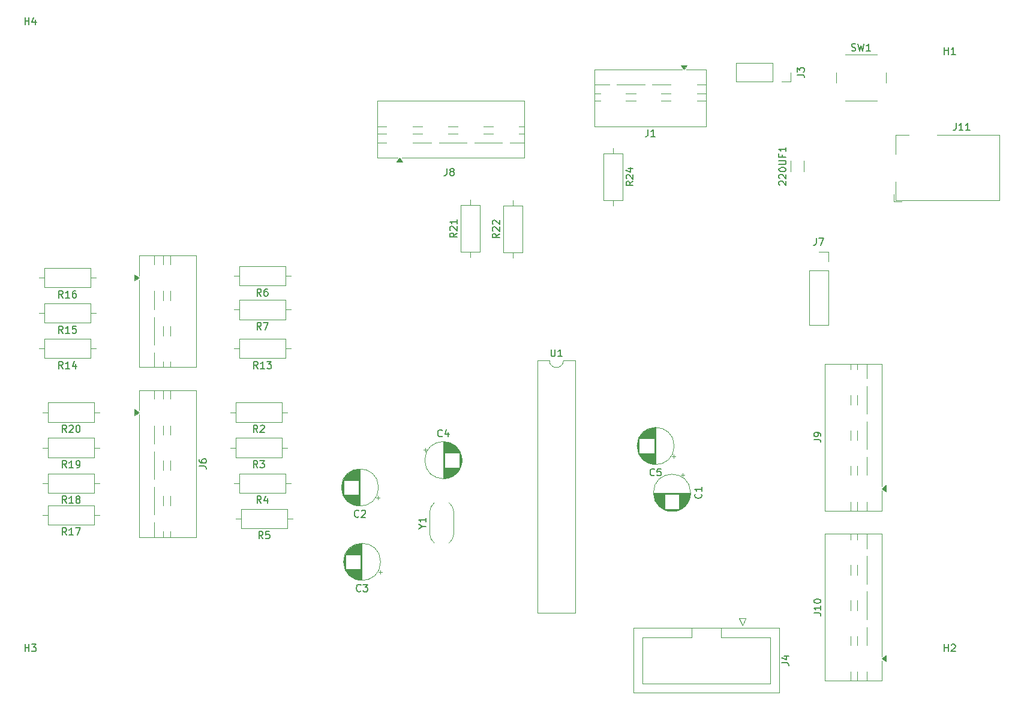
<source format=gbr>
%TF.GenerationSoftware,KiCad,Pcbnew,9.0.1*%
%TF.CreationDate,2025-09-08T04:28:44-04:00*%
%TF.ProjectId,SNAKE_GAME,534e414b-455f-4474-914d-452e6b696361,rev?*%
%TF.SameCoordinates,Original*%
%TF.FileFunction,Legend,Top*%
%TF.FilePolarity,Positive*%
%FSLAX46Y46*%
G04 Gerber Fmt 4.6, Leading zero omitted, Abs format (unit mm)*
G04 Created by KiCad (PCBNEW 9.0.1) date 2025-09-08 04:28:44*
%MOMM*%
%LPD*%
G01*
G04 APERTURE LIST*
%ADD10C,0.150000*%
%ADD11C,0.120000*%
G04 APERTURE END LIST*
D10*
X37333333Y57175180D02*
X37000000Y57651371D01*
X36761905Y57175180D02*
X36761905Y58175180D01*
X36761905Y58175180D02*
X37142857Y58175180D01*
X37142857Y58175180D02*
X37238095Y58127561D01*
X37238095Y58127561D02*
X37285714Y58079942D01*
X37285714Y58079942D02*
X37333333Y57984704D01*
X37333333Y57984704D02*
X37333333Y57841847D01*
X37333333Y57841847D02*
X37285714Y57746609D01*
X37285714Y57746609D02*
X37238095Y57698990D01*
X37238095Y57698990D02*
X37142857Y57651371D01*
X37142857Y57651371D02*
X36761905Y57651371D01*
X38190476Y58175180D02*
X38000000Y58175180D01*
X38000000Y58175180D02*
X37904762Y58127561D01*
X37904762Y58127561D02*
X37857143Y58079942D01*
X37857143Y58079942D02*
X37761905Y57937085D01*
X37761905Y57937085D02*
X37714286Y57746609D01*
X37714286Y57746609D02*
X37714286Y57365657D01*
X37714286Y57365657D02*
X37761905Y57270419D01*
X37761905Y57270419D02*
X37809524Y57222800D01*
X37809524Y57222800D02*
X37904762Y57175180D01*
X37904762Y57175180D02*
X38095238Y57175180D01*
X38095238Y57175180D02*
X38190476Y57222800D01*
X38190476Y57222800D02*
X38238095Y57270419D01*
X38238095Y57270419D02*
X38285714Y57365657D01*
X38285714Y57365657D02*
X38285714Y57603752D01*
X38285714Y57603752D02*
X38238095Y57698990D01*
X38238095Y57698990D02*
X38190476Y57746609D01*
X38190476Y57746609D02*
X38095238Y57794228D01*
X38095238Y57794228D02*
X37904762Y57794228D01*
X37904762Y57794228D02*
X37809524Y57746609D01*
X37809524Y57746609D02*
X37761905Y57698990D01*
X37761905Y57698990D02*
X37714286Y57603752D01*
X115691666Y65365180D02*
X115691666Y64650895D01*
X115691666Y64650895D02*
X115644047Y64508038D01*
X115644047Y64508038D02*
X115548809Y64412800D01*
X115548809Y64412800D02*
X115405952Y64365180D01*
X115405952Y64365180D02*
X115310714Y64365180D01*
X116072619Y65365180D02*
X116739285Y65365180D01*
X116739285Y65365180D02*
X116310714Y64365180D01*
X51398333Y15530419D02*
X51350714Y15482800D01*
X51350714Y15482800D02*
X51207857Y15435180D01*
X51207857Y15435180D02*
X51112619Y15435180D01*
X51112619Y15435180D02*
X50969762Y15482800D01*
X50969762Y15482800D02*
X50874524Y15578038D01*
X50874524Y15578038D02*
X50826905Y15673276D01*
X50826905Y15673276D02*
X50779286Y15863752D01*
X50779286Y15863752D02*
X50779286Y16006609D01*
X50779286Y16006609D02*
X50826905Y16197085D01*
X50826905Y16197085D02*
X50874524Y16292323D01*
X50874524Y16292323D02*
X50969762Y16387561D01*
X50969762Y16387561D02*
X51112619Y16435180D01*
X51112619Y16435180D02*
X51207857Y16435180D01*
X51207857Y16435180D02*
X51350714Y16387561D01*
X51350714Y16387561D02*
X51398333Y16339942D01*
X51731667Y16435180D02*
X52350714Y16435180D01*
X52350714Y16435180D02*
X52017381Y16054228D01*
X52017381Y16054228D02*
X52160238Y16054228D01*
X52160238Y16054228D02*
X52255476Y16006609D01*
X52255476Y16006609D02*
X52303095Y15958990D01*
X52303095Y15958990D02*
X52350714Y15863752D01*
X52350714Y15863752D02*
X52350714Y15625657D01*
X52350714Y15625657D02*
X52303095Y15530419D01*
X52303095Y15530419D02*
X52255476Y15482800D01*
X52255476Y15482800D02*
X52160238Y15435180D01*
X52160238Y15435180D02*
X51874524Y15435180D01*
X51874524Y15435180D02*
X51779286Y15482800D01*
X51779286Y15482800D02*
X51731667Y15530419D01*
X36857142Y46925180D02*
X36523809Y47401371D01*
X36285714Y46925180D02*
X36285714Y47925180D01*
X36285714Y47925180D02*
X36666666Y47925180D01*
X36666666Y47925180D02*
X36761904Y47877561D01*
X36761904Y47877561D02*
X36809523Y47829942D01*
X36809523Y47829942D02*
X36857142Y47734704D01*
X36857142Y47734704D02*
X36857142Y47591847D01*
X36857142Y47591847D02*
X36809523Y47496609D01*
X36809523Y47496609D02*
X36761904Y47448990D01*
X36761904Y47448990D02*
X36666666Y47401371D01*
X36666666Y47401371D02*
X36285714Y47401371D01*
X37809523Y46925180D02*
X37238095Y46925180D01*
X37523809Y46925180D02*
X37523809Y47925180D01*
X37523809Y47925180D02*
X37428571Y47782323D01*
X37428571Y47782323D02*
X37333333Y47687085D01*
X37333333Y47687085D02*
X37238095Y47639466D01*
X38142857Y47925180D02*
X38761904Y47925180D01*
X38761904Y47925180D02*
X38428571Y47544228D01*
X38428571Y47544228D02*
X38571428Y47544228D01*
X38571428Y47544228D02*
X38666666Y47496609D01*
X38666666Y47496609D02*
X38714285Y47448990D01*
X38714285Y47448990D02*
X38761904Y47353752D01*
X38761904Y47353752D02*
X38761904Y47115657D01*
X38761904Y47115657D02*
X38714285Y47020419D01*
X38714285Y47020419D02*
X38666666Y46972800D01*
X38666666Y46972800D02*
X38571428Y46925180D01*
X38571428Y46925180D02*
X38285714Y46925180D01*
X38285714Y46925180D02*
X38190476Y46972800D01*
X38190476Y46972800D02*
X38142857Y47020419D01*
X99424580Y29223333D02*
X99472200Y29175714D01*
X99472200Y29175714D02*
X99519819Y29032857D01*
X99519819Y29032857D02*
X99519819Y28937619D01*
X99519819Y28937619D02*
X99472200Y28794762D01*
X99472200Y28794762D02*
X99376961Y28699524D01*
X99376961Y28699524D02*
X99281723Y28651905D01*
X99281723Y28651905D02*
X99091247Y28604286D01*
X99091247Y28604286D02*
X98948390Y28604286D01*
X98948390Y28604286D02*
X98757914Y28651905D01*
X98757914Y28651905D02*
X98662676Y28699524D01*
X98662676Y28699524D02*
X98567438Y28794762D01*
X98567438Y28794762D02*
X98519819Y28937619D01*
X98519819Y28937619D02*
X98519819Y29032857D01*
X98519819Y29032857D02*
X98567438Y29175714D01*
X98567438Y29175714D02*
X98615057Y29223333D01*
X99519819Y30175714D02*
X99519819Y29604286D01*
X99519819Y29890000D02*
X98519819Y29890000D01*
X98519819Y29890000D02*
X98662676Y29794762D01*
X98662676Y29794762D02*
X98757914Y29699524D01*
X98757914Y29699524D02*
X98805533Y29604286D01*
X110500057Y72833333D02*
X110452438Y72880952D01*
X110452438Y72880952D02*
X110404819Y72976190D01*
X110404819Y72976190D02*
X110404819Y73214285D01*
X110404819Y73214285D02*
X110452438Y73309523D01*
X110452438Y73309523D02*
X110500057Y73357142D01*
X110500057Y73357142D02*
X110595295Y73404761D01*
X110595295Y73404761D02*
X110690533Y73404761D01*
X110690533Y73404761D02*
X110833390Y73357142D01*
X110833390Y73357142D02*
X111404819Y72785714D01*
X111404819Y72785714D02*
X111404819Y73404761D01*
X110500057Y73785714D02*
X110452438Y73833333D01*
X110452438Y73833333D02*
X110404819Y73928571D01*
X110404819Y73928571D02*
X110404819Y74166666D01*
X110404819Y74166666D02*
X110452438Y74261904D01*
X110452438Y74261904D02*
X110500057Y74309523D01*
X110500057Y74309523D02*
X110595295Y74357142D01*
X110595295Y74357142D02*
X110690533Y74357142D01*
X110690533Y74357142D02*
X110833390Y74309523D01*
X110833390Y74309523D02*
X111404819Y73738095D01*
X111404819Y73738095D02*
X111404819Y74357142D01*
X110404819Y74976190D02*
X110404819Y75071428D01*
X110404819Y75071428D02*
X110452438Y75166666D01*
X110452438Y75166666D02*
X110500057Y75214285D01*
X110500057Y75214285D02*
X110595295Y75261904D01*
X110595295Y75261904D02*
X110785771Y75309523D01*
X110785771Y75309523D02*
X111023866Y75309523D01*
X111023866Y75309523D02*
X111214342Y75261904D01*
X111214342Y75261904D02*
X111309580Y75214285D01*
X111309580Y75214285D02*
X111357200Y75166666D01*
X111357200Y75166666D02*
X111404819Y75071428D01*
X111404819Y75071428D02*
X111404819Y74976190D01*
X111404819Y74976190D02*
X111357200Y74880952D01*
X111357200Y74880952D02*
X111309580Y74833333D01*
X111309580Y74833333D02*
X111214342Y74785714D01*
X111214342Y74785714D02*
X111023866Y74738095D01*
X111023866Y74738095D02*
X110785771Y74738095D01*
X110785771Y74738095D02*
X110595295Y74785714D01*
X110595295Y74785714D02*
X110500057Y74833333D01*
X110500057Y74833333D02*
X110452438Y74880952D01*
X110452438Y74880952D02*
X110404819Y74976190D01*
X110404819Y75738095D02*
X111214342Y75738095D01*
X111214342Y75738095D02*
X111309580Y75785714D01*
X111309580Y75785714D02*
X111357200Y75833333D01*
X111357200Y75833333D02*
X111404819Y75928571D01*
X111404819Y75928571D02*
X111404819Y76119047D01*
X111404819Y76119047D02*
X111357200Y76214285D01*
X111357200Y76214285D02*
X111309580Y76261904D01*
X111309580Y76261904D02*
X111214342Y76309523D01*
X111214342Y76309523D02*
X110404819Y76309523D01*
X110881009Y77119047D02*
X110881009Y76785714D01*
X111404819Y76785714D02*
X110404819Y76785714D01*
X110404819Y76785714D02*
X110404819Y77261904D01*
X111404819Y78166666D02*
X111404819Y77595238D01*
X111404819Y77880952D02*
X110404819Y77880952D01*
X110404819Y77880952D02*
X110547676Y77785714D01*
X110547676Y77785714D02*
X110642914Y77690476D01*
X110642914Y77690476D02*
X110690533Y77595238D01*
X36833333Y37925180D02*
X36500000Y38401371D01*
X36261905Y37925180D02*
X36261905Y38925180D01*
X36261905Y38925180D02*
X36642857Y38925180D01*
X36642857Y38925180D02*
X36738095Y38877561D01*
X36738095Y38877561D02*
X36785714Y38829942D01*
X36785714Y38829942D02*
X36833333Y38734704D01*
X36833333Y38734704D02*
X36833333Y38591847D01*
X36833333Y38591847D02*
X36785714Y38496609D01*
X36785714Y38496609D02*
X36738095Y38448990D01*
X36738095Y38448990D02*
X36642857Y38401371D01*
X36642857Y38401371D02*
X36261905Y38401371D01*
X37214286Y38829942D02*
X37261905Y38877561D01*
X37261905Y38877561D02*
X37357143Y38925180D01*
X37357143Y38925180D02*
X37595238Y38925180D01*
X37595238Y38925180D02*
X37690476Y38877561D01*
X37690476Y38877561D02*
X37738095Y38829942D01*
X37738095Y38829942D02*
X37785714Y38734704D01*
X37785714Y38734704D02*
X37785714Y38639466D01*
X37785714Y38639466D02*
X37738095Y38496609D01*
X37738095Y38496609D02*
X37166667Y37925180D01*
X37166667Y37925180D02*
X37785714Y37925180D01*
X36833333Y32925180D02*
X36500000Y33401371D01*
X36261905Y32925180D02*
X36261905Y33925180D01*
X36261905Y33925180D02*
X36642857Y33925180D01*
X36642857Y33925180D02*
X36738095Y33877561D01*
X36738095Y33877561D02*
X36785714Y33829942D01*
X36785714Y33829942D02*
X36833333Y33734704D01*
X36833333Y33734704D02*
X36833333Y33591847D01*
X36833333Y33591847D02*
X36785714Y33496609D01*
X36785714Y33496609D02*
X36738095Y33448990D01*
X36738095Y33448990D02*
X36642857Y33401371D01*
X36642857Y33401371D02*
X36261905Y33401371D01*
X37166667Y33925180D02*
X37785714Y33925180D01*
X37785714Y33925180D02*
X37452381Y33544228D01*
X37452381Y33544228D02*
X37595238Y33544228D01*
X37595238Y33544228D02*
X37690476Y33496609D01*
X37690476Y33496609D02*
X37738095Y33448990D01*
X37738095Y33448990D02*
X37785714Y33353752D01*
X37785714Y33353752D02*
X37785714Y33115657D01*
X37785714Y33115657D02*
X37738095Y33020419D01*
X37738095Y33020419D02*
X37690476Y32972800D01*
X37690476Y32972800D02*
X37595238Y32925180D01*
X37595238Y32925180D02*
X37309524Y32925180D01*
X37309524Y32925180D02*
X37214286Y32972800D01*
X37214286Y32972800D02*
X37166667Y33020419D01*
X37333333Y27925180D02*
X37000000Y28401371D01*
X36761905Y27925180D02*
X36761905Y28925180D01*
X36761905Y28925180D02*
X37142857Y28925180D01*
X37142857Y28925180D02*
X37238095Y28877561D01*
X37238095Y28877561D02*
X37285714Y28829942D01*
X37285714Y28829942D02*
X37333333Y28734704D01*
X37333333Y28734704D02*
X37333333Y28591847D01*
X37333333Y28591847D02*
X37285714Y28496609D01*
X37285714Y28496609D02*
X37238095Y28448990D01*
X37238095Y28448990D02*
X37142857Y28401371D01*
X37142857Y28401371D02*
X36761905Y28401371D01*
X38190476Y28591847D02*
X38190476Y27925180D01*
X37952381Y28972800D02*
X37714286Y28258514D01*
X37714286Y28258514D02*
X38333333Y28258514D01*
X37583333Y22925180D02*
X37250000Y23401371D01*
X37011905Y22925180D02*
X37011905Y23925180D01*
X37011905Y23925180D02*
X37392857Y23925180D01*
X37392857Y23925180D02*
X37488095Y23877561D01*
X37488095Y23877561D02*
X37535714Y23829942D01*
X37535714Y23829942D02*
X37583333Y23734704D01*
X37583333Y23734704D02*
X37583333Y23591847D01*
X37583333Y23591847D02*
X37535714Y23496609D01*
X37535714Y23496609D02*
X37488095Y23448990D01*
X37488095Y23448990D02*
X37392857Y23401371D01*
X37392857Y23401371D02*
X37011905Y23401371D01*
X38488095Y23925180D02*
X38011905Y23925180D01*
X38011905Y23925180D02*
X37964286Y23448990D01*
X37964286Y23448990D02*
X38011905Y23496609D01*
X38011905Y23496609D02*
X38107143Y23544228D01*
X38107143Y23544228D02*
X38345238Y23544228D01*
X38345238Y23544228D02*
X38440476Y23496609D01*
X38440476Y23496609D02*
X38488095Y23448990D01*
X38488095Y23448990D02*
X38535714Y23353752D01*
X38535714Y23353752D02*
X38535714Y23115657D01*
X38535714Y23115657D02*
X38488095Y23020419D01*
X38488095Y23020419D02*
X38440476Y22972800D01*
X38440476Y22972800D02*
X38345238Y22925180D01*
X38345238Y22925180D02*
X38107143Y22925180D01*
X38107143Y22925180D02*
X38011905Y22972800D01*
X38011905Y22972800D02*
X37964286Y23020419D01*
X112974819Y88416666D02*
X113689104Y88416666D01*
X113689104Y88416666D02*
X113831961Y88369047D01*
X113831961Y88369047D02*
X113927200Y88273809D01*
X113927200Y88273809D02*
X113974819Y88130952D01*
X113974819Y88130952D02*
X113974819Y88035714D01*
X112974819Y88797619D02*
X112974819Y89416666D01*
X112974819Y89416666D02*
X113355771Y89083333D01*
X113355771Y89083333D02*
X113355771Y89226190D01*
X113355771Y89226190D02*
X113403390Y89321428D01*
X113403390Y89321428D02*
X113451009Y89369047D01*
X113451009Y89369047D02*
X113546247Y89416666D01*
X113546247Y89416666D02*
X113784342Y89416666D01*
X113784342Y89416666D02*
X113879580Y89369047D01*
X113879580Y89369047D02*
X113927200Y89321428D01*
X113927200Y89321428D02*
X113974819Y89226190D01*
X113974819Y89226190D02*
X113974819Y88940476D01*
X113974819Y88940476D02*
X113927200Y88845238D01*
X113927200Y88845238D02*
X113879580Y88797619D01*
X110804819Y5396666D02*
X111519104Y5396666D01*
X111519104Y5396666D02*
X111661961Y5349047D01*
X111661961Y5349047D02*
X111757200Y5253809D01*
X111757200Y5253809D02*
X111804819Y5110952D01*
X111804819Y5110952D02*
X111804819Y5015714D01*
X111138152Y6301428D02*
X111804819Y6301428D01*
X110757200Y6063333D02*
X111471485Y5825238D01*
X111471485Y5825238D02*
X111471485Y6444285D01*
X62878221Y37390419D02*
X62830602Y37342800D01*
X62830602Y37342800D02*
X62687745Y37295180D01*
X62687745Y37295180D02*
X62592507Y37295180D01*
X62592507Y37295180D02*
X62449650Y37342800D01*
X62449650Y37342800D02*
X62354412Y37438038D01*
X62354412Y37438038D02*
X62306793Y37533276D01*
X62306793Y37533276D02*
X62259174Y37723752D01*
X62259174Y37723752D02*
X62259174Y37866609D01*
X62259174Y37866609D02*
X62306793Y38057085D01*
X62306793Y38057085D02*
X62354412Y38152323D01*
X62354412Y38152323D02*
X62449650Y38247561D01*
X62449650Y38247561D02*
X62592507Y38295180D01*
X62592507Y38295180D02*
X62687745Y38295180D01*
X62687745Y38295180D02*
X62830602Y38247561D01*
X62830602Y38247561D02*
X62878221Y38199942D01*
X63735364Y37961847D02*
X63735364Y37295180D01*
X63497269Y38342800D02*
X63259174Y37628514D01*
X63259174Y37628514D02*
X63878221Y37628514D01*
X28574819Y33166666D02*
X29289104Y33166666D01*
X29289104Y33166666D02*
X29431961Y33119047D01*
X29431961Y33119047D02*
X29527200Y33023809D01*
X29527200Y33023809D02*
X29574819Y32880952D01*
X29574819Y32880952D02*
X29574819Y32785714D01*
X28574819Y34071428D02*
X28574819Y33880952D01*
X28574819Y33880952D02*
X28622438Y33785714D01*
X28622438Y33785714D02*
X28670057Y33738095D01*
X28670057Y33738095D02*
X28812914Y33642857D01*
X28812914Y33642857D02*
X29003390Y33595238D01*
X29003390Y33595238D02*
X29384342Y33595238D01*
X29384342Y33595238D02*
X29479580Y33642857D01*
X29479580Y33642857D02*
X29527200Y33690476D01*
X29527200Y33690476D02*
X29574819Y33785714D01*
X29574819Y33785714D02*
X29574819Y33976190D01*
X29574819Y33976190D02*
X29527200Y34071428D01*
X29527200Y34071428D02*
X29479580Y34119047D01*
X29479580Y34119047D02*
X29384342Y34166666D01*
X29384342Y34166666D02*
X29146247Y34166666D01*
X29146247Y34166666D02*
X29051009Y34119047D01*
X29051009Y34119047D02*
X29003390Y34071428D01*
X29003390Y34071428D02*
X28955771Y33976190D01*
X28955771Y33976190D02*
X28955771Y33785714D01*
X28955771Y33785714D02*
X29003390Y33690476D01*
X29003390Y33690476D02*
X29051009Y33642857D01*
X29051009Y33642857D02*
X29146247Y33595238D01*
X51103446Y26030419D02*
X51055827Y25982800D01*
X51055827Y25982800D02*
X50912970Y25935180D01*
X50912970Y25935180D02*
X50817732Y25935180D01*
X50817732Y25935180D02*
X50674875Y25982800D01*
X50674875Y25982800D02*
X50579637Y26078038D01*
X50579637Y26078038D02*
X50532018Y26173276D01*
X50532018Y26173276D02*
X50484399Y26363752D01*
X50484399Y26363752D02*
X50484399Y26506609D01*
X50484399Y26506609D02*
X50532018Y26697085D01*
X50532018Y26697085D02*
X50579637Y26792323D01*
X50579637Y26792323D02*
X50674875Y26887561D01*
X50674875Y26887561D02*
X50817732Y26935180D01*
X50817732Y26935180D02*
X50912970Y26935180D01*
X50912970Y26935180D02*
X51055827Y26887561D01*
X51055827Y26887561D02*
X51103446Y26839942D01*
X51484399Y26839942D02*
X51532018Y26887561D01*
X51532018Y26887561D02*
X51627256Y26935180D01*
X51627256Y26935180D02*
X51865351Y26935180D01*
X51865351Y26935180D02*
X51960589Y26887561D01*
X51960589Y26887561D02*
X52008208Y26839942D01*
X52008208Y26839942D02*
X52055827Y26744704D01*
X52055827Y26744704D02*
X52055827Y26649466D01*
X52055827Y26649466D02*
X52008208Y26506609D01*
X52008208Y26506609D02*
X51436780Y25935180D01*
X51436780Y25935180D02*
X52055827Y25935180D01*
X37333333Y52425180D02*
X37000000Y52901371D01*
X36761905Y52425180D02*
X36761905Y53425180D01*
X36761905Y53425180D02*
X37142857Y53425180D01*
X37142857Y53425180D02*
X37238095Y53377561D01*
X37238095Y53377561D02*
X37285714Y53329942D01*
X37285714Y53329942D02*
X37333333Y53234704D01*
X37333333Y53234704D02*
X37333333Y53091847D01*
X37333333Y53091847D02*
X37285714Y52996609D01*
X37285714Y52996609D02*
X37238095Y52948990D01*
X37238095Y52948990D02*
X37142857Y52901371D01*
X37142857Y52901371D02*
X36761905Y52901371D01*
X37666667Y53425180D02*
X38333333Y53425180D01*
X38333333Y53425180D02*
X37904762Y52425180D01*
X9357142Y46925180D02*
X9023809Y47401371D01*
X8785714Y46925180D02*
X8785714Y47925180D01*
X8785714Y47925180D02*
X9166666Y47925180D01*
X9166666Y47925180D02*
X9261904Y47877561D01*
X9261904Y47877561D02*
X9309523Y47829942D01*
X9309523Y47829942D02*
X9357142Y47734704D01*
X9357142Y47734704D02*
X9357142Y47591847D01*
X9357142Y47591847D02*
X9309523Y47496609D01*
X9309523Y47496609D02*
X9261904Y47448990D01*
X9261904Y47448990D02*
X9166666Y47401371D01*
X9166666Y47401371D02*
X8785714Y47401371D01*
X10309523Y46925180D02*
X9738095Y46925180D01*
X10023809Y46925180D02*
X10023809Y47925180D01*
X10023809Y47925180D02*
X9928571Y47782323D01*
X9928571Y47782323D02*
X9833333Y47687085D01*
X9833333Y47687085D02*
X9738095Y47639466D01*
X11166666Y47591847D02*
X11166666Y46925180D01*
X10928571Y47972800D02*
X10690476Y47258514D01*
X10690476Y47258514D02*
X11309523Y47258514D01*
X9357142Y51925180D02*
X9023809Y52401371D01*
X8785714Y51925180D02*
X8785714Y52925180D01*
X8785714Y52925180D02*
X9166666Y52925180D01*
X9166666Y52925180D02*
X9261904Y52877561D01*
X9261904Y52877561D02*
X9309523Y52829942D01*
X9309523Y52829942D02*
X9357142Y52734704D01*
X9357142Y52734704D02*
X9357142Y52591847D01*
X9357142Y52591847D02*
X9309523Y52496609D01*
X9309523Y52496609D02*
X9261904Y52448990D01*
X9261904Y52448990D02*
X9166666Y52401371D01*
X9166666Y52401371D02*
X8785714Y52401371D01*
X10309523Y51925180D02*
X9738095Y51925180D01*
X10023809Y51925180D02*
X10023809Y52925180D01*
X10023809Y52925180D02*
X9928571Y52782323D01*
X9928571Y52782323D02*
X9833333Y52687085D01*
X9833333Y52687085D02*
X9738095Y52639466D01*
X11214285Y52925180D02*
X10738095Y52925180D01*
X10738095Y52925180D02*
X10690476Y52448990D01*
X10690476Y52448990D02*
X10738095Y52496609D01*
X10738095Y52496609D02*
X10833333Y52544228D01*
X10833333Y52544228D02*
X11071428Y52544228D01*
X11071428Y52544228D02*
X11166666Y52496609D01*
X11166666Y52496609D02*
X11214285Y52448990D01*
X11214285Y52448990D02*
X11261904Y52353752D01*
X11261904Y52353752D02*
X11261904Y52115657D01*
X11261904Y52115657D02*
X11214285Y52020419D01*
X11214285Y52020419D02*
X11166666Y51972800D01*
X11166666Y51972800D02*
X11071428Y51925180D01*
X11071428Y51925180D02*
X10833333Y51925180D01*
X10833333Y51925180D02*
X10738095Y51972800D01*
X10738095Y51972800D02*
X10690476Y52020419D01*
X9357142Y56925180D02*
X9023809Y57401371D01*
X8785714Y56925180D02*
X8785714Y57925180D01*
X8785714Y57925180D02*
X9166666Y57925180D01*
X9166666Y57925180D02*
X9261904Y57877561D01*
X9261904Y57877561D02*
X9309523Y57829942D01*
X9309523Y57829942D02*
X9357142Y57734704D01*
X9357142Y57734704D02*
X9357142Y57591847D01*
X9357142Y57591847D02*
X9309523Y57496609D01*
X9309523Y57496609D02*
X9261904Y57448990D01*
X9261904Y57448990D02*
X9166666Y57401371D01*
X9166666Y57401371D02*
X8785714Y57401371D01*
X10309523Y56925180D02*
X9738095Y56925180D01*
X10023809Y56925180D02*
X10023809Y57925180D01*
X10023809Y57925180D02*
X9928571Y57782323D01*
X9928571Y57782323D02*
X9833333Y57687085D01*
X9833333Y57687085D02*
X9738095Y57639466D01*
X11166666Y57925180D02*
X10976190Y57925180D01*
X10976190Y57925180D02*
X10880952Y57877561D01*
X10880952Y57877561D02*
X10833333Y57829942D01*
X10833333Y57829942D02*
X10738095Y57687085D01*
X10738095Y57687085D02*
X10690476Y57496609D01*
X10690476Y57496609D02*
X10690476Y57115657D01*
X10690476Y57115657D02*
X10738095Y57020419D01*
X10738095Y57020419D02*
X10785714Y56972800D01*
X10785714Y56972800D02*
X10880952Y56925180D01*
X10880952Y56925180D02*
X11071428Y56925180D01*
X11071428Y56925180D02*
X11166666Y56972800D01*
X11166666Y56972800D02*
X11214285Y57020419D01*
X11214285Y57020419D02*
X11261904Y57115657D01*
X11261904Y57115657D02*
X11261904Y57353752D01*
X11261904Y57353752D02*
X11214285Y57448990D01*
X11214285Y57448990D02*
X11166666Y57496609D01*
X11166666Y57496609D02*
X11071428Y57544228D01*
X11071428Y57544228D02*
X10880952Y57544228D01*
X10880952Y57544228D02*
X10785714Y57496609D01*
X10785714Y57496609D02*
X10738095Y57448990D01*
X10738095Y57448990D02*
X10690476Y57353752D01*
X9857142Y23425180D02*
X9523809Y23901371D01*
X9285714Y23425180D02*
X9285714Y24425180D01*
X9285714Y24425180D02*
X9666666Y24425180D01*
X9666666Y24425180D02*
X9761904Y24377561D01*
X9761904Y24377561D02*
X9809523Y24329942D01*
X9809523Y24329942D02*
X9857142Y24234704D01*
X9857142Y24234704D02*
X9857142Y24091847D01*
X9857142Y24091847D02*
X9809523Y23996609D01*
X9809523Y23996609D02*
X9761904Y23948990D01*
X9761904Y23948990D02*
X9666666Y23901371D01*
X9666666Y23901371D02*
X9285714Y23901371D01*
X10809523Y23425180D02*
X10238095Y23425180D01*
X10523809Y23425180D02*
X10523809Y24425180D01*
X10523809Y24425180D02*
X10428571Y24282323D01*
X10428571Y24282323D02*
X10333333Y24187085D01*
X10333333Y24187085D02*
X10238095Y24139466D01*
X11142857Y24425180D02*
X11809523Y24425180D01*
X11809523Y24425180D02*
X11380952Y23425180D01*
X9857142Y27925180D02*
X9523809Y28401371D01*
X9285714Y27925180D02*
X9285714Y28925180D01*
X9285714Y28925180D02*
X9666666Y28925180D01*
X9666666Y28925180D02*
X9761904Y28877561D01*
X9761904Y28877561D02*
X9809523Y28829942D01*
X9809523Y28829942D02*
X9857142Y28734704D01*
X9857142Y28734704D02*
X9857142Y28591847D01*
X9857142Y28591847D02*
X9809523Y28496609D01*
X9809523Y28496609D02*
X9761904Y28448990D01*
X9761904Y28448990D02*
X9666666Y28401371D01*
X9666666Y28401371D02*
X9285714Y28401371D01*
X10809523Y27925180D02*
X10238095Y27925180D01*
X10523809Y27925180D02*
X10523809Y28925180D01*
X10523809Y28925180D02*
X10428571Y28782323D01*
X10428571Y28782323D02*
X10333333Y28687085D01*
X10333333Y28687085D02*
X10238095Y28639466D01*
X11380952Y28496609D02*
X11285714Y28544228D01*
X11285714Y28544228D02*
X11238095Y28591847D01*
X11238095Y28591847D02*
X11190476Y28687085D01*
X11190476Y28687085D02*
X11190476Y28734704D01*
X11190476Y28734704D02*
X11238095Y28829942D01*
X11238095Y28829942D02*
X11285714Y28877561D01*
X11285714Y28877561D02*
X11380952Y28925180D01*
X11380952Y28925180D02*
X11571428Y28925180D01*
X11571428Y28925180D02*
X11666666Y28877561D01*
X11666666Y28877561D02*
X11714285Y28829942D01*
X11714285Y28829942D02*
X11761904Y28734704D01*
X11761904Y28734704D02*
X11761904Y28687085D01*
X11761904Y28687085D02*
X11714285Y28591847D01*
X11714285Y28591847D02*
X11666666Y28544228D01*
X11666666Y28544228D02*
X11571428Y28496609D01*
X11571428Y28496609D02*
X11380952Y28496609D01*
X11380952Y28496609D02*
X11285714Y28448990D01*
X11285714Y28448990D02*
X11238095Y28401371D01*
X11238095Y28401371D02*
X11190476Y28306133D01*
X11190476Y28306133D02*
X11190476Y28115657D01*
X11190476Y28115657D02*
X11238095Y28020419D01*
X11238095Y28020419D02*
X11285714Y27972800D01*
X11285714Y27972800D02*
X11380952Y27925180D01*
X11380952Y27925180D02*
X11571428Y27925180D01*
X11571428Y27925180D02*
X11666666Y27972800D01*
X11666666Y27972800D02*
X11714285Y28020419D01*
X11714285Y28020419D02*
X11761904Y28115657D01*
X11761904Y28115657D02*
X11761904Y28306133D01*
X11761904Y28306133D02*
X11714285Y28401371D01*
X11714285Y28401371D02*
X11666666Y28448990D01*
X11666666Y28448990D02*
X11571428Y28496609D01*
X9857142Y32925180D02*
X9523809Y33401371D01*
X9285714Y32925180D02*
X9285714Y33925180D01*
X9285714Y33925180D02*
X9666666Y33925180D01*
X9666666Y33925180D02*
X9761904Y33877561D01*
X9761904Y33877561D02*
X9809523Y33829942D01*
X9809523Y33829942D02*
X9857142Y33734704D01*
X9857142Y33734704D02*
X9857142Y33591847D01*
X9857142Y33591847D02*
X9809523Y33496609D01*
X9809523Y33496609D02*
X9761904Y33448990D01*
X9761904Y33448990D02*
X9666666Y33401371D01*
X9666666Y33401371D02*
X9285714Y33401371D01*
X10809523Y32925180D02*
X10238095Y32925180D01*
X10523809Y32925180D02*
X10523809Y33925180D01*
X10523809Y33925180D02*
X10428571Y33782323D01*
X10428571Y33782323D02*
X10333333Y33687085D01*
X10333333Y33687085D02*
X10238095Y33639466D01*
X11285714Y32925180D02*
X11476190Y32925180D01*
X11476190Y32925180D02*
X11571428Y32972800D01*
X11571428Y32972800D02*
X11619047Y33020419D01*
X11619047Y33020419D02*
X11714285Y33163276D01*
X11714285Y33163276D02*
X11761904Y33353752D01*
X11761904Y33353752D02*
X11761904Y33734704D01*
X11761904Y33734704D02*
X11714285Y33829942D01*
X11714285Y33829942D02*
X11666666Y33877561D01*
X11666666Y33877561D02*
X11571428Y33925180D01*
X11571428Y33925180D02*
X11380952Y33925180D01*
X11380952Y33925180D02*
X11285714Y33877561D01*
X11285714Y33877561D02*
X11238095Y33829942D01*
X11238095Y33829942D02*
X11190476Y33734704D01*
X11190476Y33734704D02*
X11190476Y33496609D01*
X11190476Y33496609D02*
X11238095Y33401371D01*
X11238095Y33401371D02*
X11285714Y33353752D01*
X11285714Y33353752D02*
X11380952Y33306133D01*
X11380952Y33306133D02*
X11571428Y33306133D01*
X11571428Y33306133D02*
X11666666Y33353752D01*
X11666666Y33353752D02*
X11714285Y33401371D01*
X11714285Y33401371D02*
X11761904Y33496609D01*
X9857142Y37925180D02*
X9523809Y38401371D01*
X9285714Y37925180D02*
X9285714Y38925180D01*
X9285714Y38925180D02*
X9666666Y38925180D01*
X9666666Y38925180D02*
X9761904Y38877561D01*
X9761904Y38877561D02*
X9809523Y38829942D01*
X9809523Y38829942D02*
X9857142Y38734704D01*
X9857142Y38734704D02*
X9857142Y38591847D01*
X9857142Y38591847D02*
X9809523Y38496609D01*
X9809523Y38496609D02*
X9761904Y38448990D01*
X9761904Y38448990D02*
X9666666Y38401371D01*
X9666666Y38401371D02*
X9285714Y38401371D01*
X10238095Y38829942D02*
X10285714Y38877561D01*
X10285714Y38877561D02*
X10380952Y38925180D01*
X10380952Y38925180D02*
X10619047Y38925180D01*
X10619047Y38925180D02*
X10714285Y38877561D01*
X10714285Y38877561D02*
X10761904Y38829942D01*
X10761904Y38829942D02*
X10809523Y38734704D01*
X10809523Y38734704D02*
X10809523Y38639466D01*
X10809523Y38639466D02*
X10761904Y38496609D01*
X10761904Y38496609D02*
X10190476Y37925180D01*
X10190476Y37925180D02*
X10809523Y37925180D01*
X11428571Y38925180D02*
X11523809Y38925180D01*
X11523809Y38925180D02*
X11619047Y38877561D01*
X11619047Y38877561D02*
X11666666Y38829942D01*
X11666666Y38829942D02*
X11714285Y38734704D01*
X11714285Y38734704D02*
X11761904Y38544228D01*
X11761904Y38544228D02*
X11761904Y38306133D01*
X11761904Y38306133D02*
X11714285Y38115657D01*
X11714285Y38115657D02*
X11666666Y38020419D01*
X11666666Y38020419D02*
X11619047Y37972800D01*
X11619047Y37972800D02*
X11523809Y37925180D01*
X11523809Y37925180D02*
X11428571Y37925180D01*
X11428571Y37925180D02*
X11333333Y37972800D01*
X11333333Y37972800D02*
X11285714Y38020419D01*
X11285714Y38020419D02*
X11238095Y38115657D01*
X11238095Y38115657D02*
X11190476Y38306133D01*
X11190476Y38306133D02*
X11190476Y38544228D01*
X11190476Y38544228D02*
X11238095Y38734704D01*
X11238095Y38734704D02*
X11285714Y38829942D01*
X11285714Y38829942D02*
X11333333Y38877561D01*
X11333333Y38877561D02*
X11428571Y38925180D01*
X64959819Y66062142D02*
X64483628Y65728809D01*
X64959819Y65490714D02*
X63959819Y65490714D01*
X63959819Y65490714D02*
X63959819Y65871666D01*
X63959819Y65871666D02*
X64007438Y65966904D01*
X64007438Y65966904D02*
X64055057Y66014523D01*
X64055057Y66014523D02*
X64150295Y66062142D01*
X64150295Y66062142D02*
X64293152Y66062142D01*
X64293152Y66062142D02*
X64388390Y66014523D01*
X64388390Y66014523D02*
X64436009Y65966904D01*
X64436009Y65966904D02*
X64483628Y65871666D01*
X64483628Y65871666D02*
X64483628Y65490714D01*
X64055057Y66443095D02*
X64007438Y66490714D01*
X64007438Y66490714D02*
X63959819Y66585952D01*
X63959819Y66585952D02*
X63959819Y66824047D01*
X63959819Y66824047D02*
X64007438Y66919285D01*
X64007438Y66919285D02*
X64055057Y66966904D01*
X64055057Y66966904D02*
X64150295Y67014523D01*
X64150295Y67014523D02*
X64245533Y67014523D01*
X64245533Y67014523D02*
X64388390Y66966904D01*
X64388390Y66966904D02*
X64959819Y66395476D01*
X64959819Y66395476D02*
X64959819Y67014523D01*
X64959819Y67966904D02*
X64959819Y67395476D01*
X64959819Y67681190D02*
X63959819Y67681190D01*
X63959819Y67681190D02*
X64102676Y67585952D01*
X64102676Y67585952D02*
X64197914Y67490714D01*
X64197914Y67490714D02*
X64245533Y67395476D01*
X70959819Y65982142D02*
X70483628Y65648809D01*
X70959819Y65410714D02*
X69959819Y65410714D01*
X69959819Y65410714D02*
X69959819Y65791666D01*
X69959819Y65791666D02*
X70007438Y65886904D01*
X70007438Y65886904D02*
X70055057Y65934523D01*
X70055057Y65934523D02*
X70150295Y65982142D01*
X70150295Y65982142D02*
X70293152Y65982142D01*
X70293152Y65982142D02*
X70388390Y65934523D01*
X70388390Y65934523D02*
X70436009Y65886904D01*
X70436009Y65886904D02*
X70483628Y65791666D01*
X70483628Y65791666D02*
X70483628Y65410714D01*
X70055057Y66363095D02*
X70007438Y66410714D01*
X70007438Y66410714D02*
X69959819Y66505952D01*
X69959819Y66505952D02*
X69959819Y66744047D01*
X69959819Y66744047D02*
X70007438Y66839285D01*
X70007438Y66839285D02*
X70055057Y66886904D01*
X70055057Y66886904D02*
X70150295Y66934523D01*
X70150295Y66934523D02*
X70245533Y66934523D01*
X70245533Y66934523D02*
X70388390Y66886904D01*
X70388390Y66886904D02*
X70959819Y66315476D01*
X70959819Y66315476D02*
X70959819Y66934523D01*
X70055057Y67315476D02*
X70007438Y67363095D01*
X70007438Y67363095D02*
X69959819Y67458333D01*
X69959819Y67458333D02*
X69959819Y67696428D01*
X69959819Y67696428D02*
X70007438Y67791666D01*
X70007438Y67791666D02*
X70055057Y67839285D01*
X70055057Y67839285D02*
X70150295Y67886904D01*
X70150295Y67886904D02*
X70245533Y67886904D01*
X70245533Y67886904D02*
X70388390Y67839285D01*
X70388390Y67839285D02*
X70959819Y67267857D01*
X70959819Y67267857D02*
X70959819Y67886904D01*
X89824819Y73357142D02*
X89348628Y73023809D01*
X89824819Y72785714D02*
X88824819Y72785714D01*
X88824819Y72785714D02*
X88824819Y73166666D01*
X88824819Y73166666D02*
X88872438Y73261904D01*
X88872438Y73261904D02*
X88920057Y73309523D01*
X88920057Y73309523D02*
X89015295Y73357142D01*
X89015295Y73357142D02*
X89158152Y73357142D01*
X89158152Y73357142D02*
X89253390Y73309523D01*
X89253390Y73309523D02*
X89301009Y73261904D01*
X89301009Y73261904D02*
X89348628Y73166666D01*
X89348628Y73166666D02*
X89348628Y72785714D01*
X88920057Y73738095D02*
X88872438Y73785714D01*
X88872438Y73785714D02*
X88824819Y73880952D01*
X88824819Y73880952D02*
X88824819Y74119047D01*
X88824819Y74119047D02*
X88872438Y74214285D01*
X88872438Y74214285D02*
X88920057Y74261904D01*
X88920057Y74261904D02*
X89015295Y74309523D01*
X89015295Y74309523D02*
X89110533Y74309523D01*
X89110533Y74309523D02*
X89253390Y74261904D01*
X89253390Y74261904D02*
X89824819Y73690476D01*
X89824819Y73690476D02*
X89824819Y74309523D01*
X89158152Y75166666D02*
X89824819Y75166666D01*
X88777200Y74928571D02*
X89491485Y74690476D01*
X89491485Y74690476D02*
X89491485Y75309523D01*
X78243095Y49635180D02*
X78243095Y48825657D01*
X78243095Y48825657D02*
X78290714Y48730419D01*
X78290714Y48730419D02*
X78338333Y48682800D01*
X78338333Y48682800D02*
X78433571Y48635180D01*
X78433571Y48635180D02*
X78624047Y48635180D01*
X78624047Y48635180D02*
X78719285Y48682800D01*
X78719285Y48682800D02*
X78766904Y48730419D01*
X78766904Y48730419D02*
X78814523Y48825657D01*
X78814523Y48825657D02*
X78814523Y49635180D01*
X79814523Y48635180D02*
X79243095Y48635180D01*
X79528809Y48635180D02*
X79528809Y49635180D01*
X79528809Y49635180D02*
X79433571Y49492323D01*
X79433571Y49492323D02*
X79338333Y49397085D01*
X79338333Y49397085D02*
X79243095Y49349466D01*
X60093628Y24663809D02*
X60569819Y24663809D01*
X59569819Y24330476D02*
X60093628Y24663809D01*
X60093628Y24663809D02*
X59569819Y24997142D01*
X60569819Y25854285D02*
X60569819Y25282857D01*
X60569819Y25568571D02*
X59569819Y25568571D01*
X59569819Y25568571D02*
X59712676Y25473333D01*
X59712676Y25473333D02*
X59807914Y25378095D01*
X59807914Y25378095D02*
X59855533Y25282857D01*
X92833333Y31890419D02*
X92785714Y31842800D01*
X92785714Y31842800D02*
X92642857Y31795180D01*
X92642857Y31795180D02*
X92547619Y31795180D01*
X92547619Y31795180D02*
X92404762Y31842800D01*
X92404762Y31842800D02*
X92309524Y31938038D01*
X92309524Y31938038D02*
X92261905Y32033276D01*
X92261905Y32033276D02*
X92214286Y32223752D01*
X92214286Y32223752D02*
X92214286Y32366609D01*
X92214286Y32366609D02*
X92261905Y32557085D01*
X92261905Y32557085D02*
X92309524Y32652323D01*
X92309524Y32652323D02*
X92404762Y32747561D01*
X92404762Y32747561D02*
X92547619Y32795180D01*
X92547619Y32795180D02*
X92642857Y32795180D01*
X92642857Y32795180D02*
X92785714Y32747561D01*
X92785714Y32747561D02*
X92833333Y32699942D01*
X93738095Y32795180D02*
X93261905Y32795180D01*
X93261905Y32795180D02*
X93214286Y32318990D01*
X93214286Y32318990D02*
X93261905Y32366609D01*
X93261905Y32366609D02*
X93357143Y32414228D01*
X93357143Y32414228D02*
X93595238Y32414228D01*
X93595238Y32414228D02*
X93690476Y32366609D01*
X93690476Y32366609D02*
X93738095Y32318990D01*
X93738095Y32318990D02*
X93785714Y32223752D01*
X93785714Y32223752D02*
X93785714Y31985657D01*
X93785714Y31985657D02*
X93738095Y31890419D01*
X93738095Y31890419D02*
X93690476Y31842800D01*
X93690476Y31842800D02*
X93595238Y31795180D01*
X93595238Y31795180D02*
X93357143Y31795180D01*
X93357143Y31795180D02*
X93261905Y31842800D01*
X93261905Y31842800D02*
X93214286Y31890419D01*
X91916666Y80675180D02*
X91916666Y79960895D01*
X91916666Y79960895D02*
X91869047Y79818038D01*
X91869047Y79818038D02*
X91773809Y79722800D01*
X91773809Y79722800D02*
X91630952Y79675180D01*
X91630952Y79675180D02*
X91535714Y79675180D01*
X92916666Y79675180D02*
X92345238Y79675180D01*
X92630952Y79675180D02*
X92630952Y80675180D01*
X92630952Y80675180D02*
X92535714Y80532323D01*
X92535714Y80532323D02*
X92440476Y80437085D01*
X92440476Y80437085D02*
X92345238Y80389466D01*
X133738095Y6995180D02*
X133738095Y7995180D01*
X133738095Y7518990D02*
X134309523Y7518990D01*
X134309523Y6995180D02*
X134309523Y7995180D01*
X134738095Y7899942D02*
X134785714Y7947561D01*
X134785714Y7947561D02*
X134880952Y7995180D01*
X134880952Y7995180D02*
X135119047Y7995180D01*
X135119047Y7995180D02*
X135214285Y7947561D01*
X135214285Y7947561D02*
X135261904Y7899942D01*
X135261904Y7899942D02*
X135309523Y7804704D01*
X135309523Y7804704D02*
X135309523Y7709466D01*
X135309523Y7709466D02*
X135261904Y7566609D01*
X135261904Y7566609D02*
X134690476Y6995180D01*
X134690476Y6995180D02*
X135309523Y6995180D01*
X3988095Y6995180D02*
X3988095Y7995180D01*
X3988095Y7518990D02*
X4559523Y7518990D01*
X4559523Y6995180D02*
X4559523Y7995180D01*
X4940476Y7995180D02*
X5559523Y7995180D01*
X5559523Y7995180D02*
X5226190Y7614228D01*
X5226190Y7614228D02*
X5369047Y7614228D01*
X5369047Y7614228D02*
X5464285Y7566609D01*
X5464285Y7566609D02*
X5511904Y7518990D01*
X5511904Y7518990D02*
X5559523Y7423752D01*
X5559523Y7423752D02*
X5559523Y7185657D01*
X5559523Y7185657D02*
X5511904Y7090419D01*
X5511904Y7090419D02*
X5464285Y7042800D01*
X5464285Y7042800D02*
X5369047Y6995180D01*
X5369047Y6995180D02*
X5083333Y6995180D01*
X5083333Y6995180D02*
X4988095Y7042800D01*
X4988095Y7042800D02*
X4940476Y7090419D01*
X63541666Y75170180D02*
X63541666Y74455895D01*
X63541666Y74455895D02*
X63494047Y74313038D01*
X63494047Y74313038D02*
X63398809Y74217800D01*
X63398809Y74217800D02*
X63255952Y74170180D01*
X63255952Y74170180D02*
X63160714Y74170180D01*
X64160714Y74741609D02*
X64065476Y74789228D01*
X64065476Y74789228D02*
X64017857Y74836847D01*
X64017857Y74836847D02*
X63970238Y74932085D01*
X63970238Y74932085D02*
X63970238Y74979704D01*
X63970238Y74979704D02*
X64017857Y75074942D01*
X64017857Y75074942D02*
X64065476Y75122561D01*
X64065476Y75122561D02*
X64160714Y75170180D01*
X64160714Y75170180D02*
X64351190Y75170180D01*
X64351190Y75170180D02*
X64446428Y75122561D01*
X64446428Y75122561D02*
X64494047Y75074942D01*
X64494047Y75074942D02*
X64541666Y74979704D01*
X64541666Y74979704D02*
X64541666Y74932085D01*
X64541666Y74932085D02*
X64494047Y74836847D01*
X64494047Y74836847D02*
X64446428Y74789228D01*
X64446428Y74789228D02*
X64351190Y74741609D01*
X64351190Y74741609D02*
X64160714Y74741609D01*
X64160714Y74741609D02*
X64065476Y74693990D01*
X64065476Y74693990D02*
X64017857Y74646371D01*
X64017857Y74646371D02*
X63970238Y74551133D01*
X63970238Y74551133D02*
X63970238Y74360657D01*
X63970238Y74360657D02*
X64017857Y74265419D01*
X64017857Y74265419D02*
X64065476Y74217800D01*
X64065476Y74217800D02*
X64160714Y74170180D01*
X64160714Y74170180D02*
X64351190Y74170180D01*
X64351190Y74170180D02*
X64446428Y74217800D01*
X64446428Y74217800D02*
X64494047Y74265419D01*
X64494047Y74265419D02*
X64541666Y74360657D01*
X64541666Y74360657D02*
X64541666Y74551133D01*
X64541666Y74551133D02*
X64494047Y74646371D01*
X64494047Y74646371D02*
X64446428Y74693990D01*
X64446428Y74693990D02*
X64351190Y74741609D01*
X115334819Y36906666D02*
X116049104Y36906666D01*
X116049104Y36906666D02*
X116191961Y36859047D01*
X116191961Y36859047D02*
X116287200Y36763809D01*
X116287200Y36763809D02*
X116334819Y36620952D01*
X116334819Y36620952D02*
X116334819Y36525714D01*
X116334819Y37430476D02*
X116334819Y37620952D01*
X116334819Y37620952D02*
X116287200Y37716190D01*
X116287200Y37716190D02*
X116239580Y37763809D01*
X116239580Y37763809D02*
X116096723Y37859047D01*
X116096723Y37859047D02*
X115906247Y37906666D01*
X115906247Y37906666D02*
X115525295Y37906666D01*
X115525295Y37906666D02*
X115430057Y37859047D01*
X115430057Y37859047D02*
X115382438Y37811428D01*
X115382438Y37811428D02*
X115334819Y37716190D01*
X115334819Y37716190D02*
X115334819Y37525714D01*
X115334819Y37525714D02*
X115382438Y37430476D01*
X115382438Y37430476D02*
X115430057Y37382857D01*
X115430057Y37382857D02*
X115525295Y37335238D01*
X115525295Y37335238D02*
X115763390Y37335238D01*
X115763390Y37335238D02*
X115858628Y37382857D01*
X115858628Y37382857D02*
X115906247Y37430476D01*
X115906247Y37430476D02*
X115953866Y37525714D01*
X115953866Y37525714D02*
X115953866Y37716190D01*
X115953866Y37716190D02*
X115906247Y37811428D01*
X115906247Y37811428D02*
X115858628Y37859047D01*
X115858628Y37859047D02*
X115763390Y37906666D01*
X115334819Y12430476D02*
X116049104Y12430476D01*
X116049104Y12430476D02*
X116191961Y12382857D01*
X116191961Y12382857D02*
X116287200Y12287619D01*
X116287200Y12287619D02*
X116334819Y12144762D01*
X116334819Y12144762D02*
X116334819Y12049524D01*
X116334819Y13430476D02*
X116334819Y12859048D01*
X116334819Y13144762D02*
X115334819Y13144762D01*
X115334819Y13144762D02*
X115477676Y13049524D01*
X115477676Y13049524D02*
X115572914Y12954286D01*
X115572914Y12954286D02*
X115620533Y12859048D01*
X115334819Y14049524D02*
X115334819Y14144762D01*
X115334819Y14144762D02*
X115382438Y14240000D01*
X115382438Y14240000D02*
X115430057Y14287619D01*
X115430057Y14287619D02*
X115525295Y14335238D01*
X115525295Y14335238D02*
X115715771Y14382857D01*
X115715771Y14382857D02*
X115953866Y14382857D01*
X115953866Y14382857D02*
X116144342Y14335238D01*
X116144342Y14335238D02*
X116239580Y14287619D01*
X116239580Y14287619D02*
X116287200Y14240000D01*
X116287200Y14240000D02*
X116334819Y14144762D01*
X116334819Y14144762D02*
X116334819Y14049524D01*
X116334819Y14049524D02*
X116287200Y13954286D01*
X116287200Y13954286D02*
X116239580Y13906667D01*
X116239580Y13906667D02*
X116144342Y13859048D01*
X116144342Y13859048D02*
X115953866Y13811429D01*
X115953866Y13811429D02*
X115715771Y13811429D01*
X115715771Y13811429D02*
X115525295Y13859048D01*
X115525295Y13859048D02*
X115430057Y13906667D01*
X115430057Y13906667D02*
X115382438Y13954286D01*
X115382438Y13954286D02*
X115334819Y14049524D01*
X135390476Y81587680D02*
X135390476Y80873395D01*
X135390476Y80873395D02*
X135342857Y80730538D01*
X135342857Y80730538D02*
X135247619Y80635300D01*
X135247619Y80635300D02*
X135104762Y80587680D01*
X135104762Y80587680D02*
X135009524Y80587680D01*
X136390476Y80587680D02*
X135819048Y80587680D01*
X136104762Y80587680D02*
X136104762Y81587680D01*
X136104762Y81587680D02*
X136009524Y81444823D01*
X136009524Y81444823D02*
X135914286Y81349585D01*
X135914286Y81349585D02*
X135819048Y81301966D01*
X137342857Y80587680D02*
X136771429Y80587680D01*
X137057143Y80587680D02*
X137057143Y81587680D01*
X137057143Y81587680D02*
X136961905Y81444823D01*
X136961905Y81444823D02*
X136866667Y81349585D01*
X136866667Y81349585D02*
X136771429Y81301966D01*
X133738095Y91295180D02*
X133738095Y92295180D01*
X133738095Y91818990D02*
X134309523Y91818990D01*
X134309523Y91295180D02*
X134309523Y92295180D01*
X135309523Y91295180D02*
X134738095Y91295180D01*
X135023809Y91295180D02*
X135023809Y92295180D01*
X135023809Y92295180D02*
X134928571Y92152323D01*
X134928571Y92152323D02*
X134833333Y92057085D01*
X134833333Y92057085D02*
X134738095Y92009466D01*
X120666667Y91842800D02*
X120809524Y91795180D01*
X120809524Y91795180D02*
X121047619Y91795180D01*
X121047619Y91795180D02*
X121142857Y91842800D01*
X121142857Y91842800D02*
X121190476Y91890419D01*
X121190476Y91890419D02*
X121238095Y91985657D01*
X121238095Y91985657D02*
X121238095Y92080895D01*
X121238095Y92080895D02*
X121190476Y92176133D01*
X121190476Y92176133D02*
X121142857Y92223752D01*
X121142857Y92223752D02*
X121047619Y92271371D01*
X121047619Y92271371D02*
X120857143Y92318990D01*
X120857143Y92318990D02*
X120761905Y92366609D01*
X120761905Y92366609D02*
X120714286Y92414228D01*
X120714286Y92414228D02*
X120666667Y92509466D01*
X120666667Y92509466D02*
X120666667Y92604704D01*
X120666667Y92604704D02*
X120714286Y92699942D01*
X120714286Y92699942D02*
X120761905Y92747561D01*
X120761905Y92747561D02*
X120857143Y92795180D01*
X120857143Y92795180D02*
X121095238Y92795180D01*
X121095238Y92795180D02*
X121238095Y92747561D01*
X121571429Y92795180D02*
X121809524Y91795180D01*
X121809524Y91795180D02*
X122000000Y92509466D01*
X122000000Y92509466D02*
X122190476Y91795180D01*
X122190476Y91795180D02*
X122428572Y92795180D01*
X123333333Y91795180D02*
X122761905Y91795180D01*
X123047619Y91795180D02*
X123047619Y92795180D01*
X123047619Y92795180D02*
X122952381Y92652323D01*
X122952381Y92652323D02*
X122857143Y92557085D01*
X122857143Y92557085D02*
X122761905Y92509466D01*
X3988095Y95495180D02*
X3988095Y96495180D01*
X3988095Y96018990D02*
X4559523Y96018990D01*
X4559523Y95495180D02*
X4559523Y96495180D01*
X5464285Y96161847D02*
X5464285Y95495180D01*
X5226190Y96542800D02*
X4988095Y95828514D01*
X4988095Y95828514D02*
X5607142Y95828514D01*
D11*
%TO.C,R6*%
X33460000Y60000000D02*
X34230000Y60000000D01*
X34230000Y61370000D02*
X34230000Y58630000D01*
X34230000Y58630000D02*
X40770000Y58630000D01*
X40770000Y61370000D02*
X34230000Y61370000D01*
X40770000Y58630000D02*
X40770000Y61370000D01*
X41540000Y60000000D02*
X40770000Y60000000D01*
%TO.C,J7*%
X114695000Y60780000D02*
X114695000Y53100000D01*
X114695000Y60780000D02*
X117355000Y60780000D01*
X114695000Y53100000D02*
X117355000Y53100000D01*
X116025000Y63380000D02*
X117355000Y63380000D01*
X117355000Y63380000D02*
X117355000Y62050000D01*
X117355000Y60780000D02*
X117355000Y53100000D01*
%TO.C,C3*%
X54369775Y18165000D02*
X53869775Y18165000D01*
X54119775Y17915000D02*
X54119775Y18415000D01*
X51565000Y17060000D02*
X51565000Y22220000D01*
X51525000Y17060000D02*
X51525000Y22220000D01*
X51485000Y17061000D02*
X51485000Y22219000D01*
X51445000Y17063000D02*
X51445000Y22217000D01*
X51405000Y17065000D02*
X51405000Y22215000D01*
X51365000Y17068000D02*
X51365000Y22212000D01*
X51325000Y17071000D02*
X51325000Y18600000D01*
X51325000Y20680000D02*
X51325000Y22209000D01*
X51285000Y17075000D02*
X51285000Y18600000D01*
X51285000Y20680000D02*
X51285000Y22205000D01*
X51245000Y17080000D02*
X51245000Y18600000D01*
X51245000Y20680000D02*
X51245000Y22200000D01*
X51205000Y17085000D02*
X51205000Y18600000D01*
X51205000Y20680000D02*
X51205000Y22195000D01*
X51165000Y17091000D02*
X51165000Y18600000D01*
X51165000Y20680000D02*
X51165000Y22189000D01*
X51125000Y17097000D02*
X51125000Y18600000D01*
X51125000Y20680000D02*
X51125000Y22183000D01*
X51085000Y17104000D02*
X51085000Y18600000D01*
X51085000Y20680000D02*
X51085000Y22176000D01*
X51045000Y17112000D02*
X51045000Y18600000D01*
X51045000Y20680000D02*
X51045000Y22168000D01*
X51005000Y17121000D02*
X51005000Y18600000D01*
X51005000Y20680000D02*
X51005000Y22159000D01*
X50965000Y17130000D02*
X50965000Y18600000D01*
X50965000Y20680000D02*
X50965000Y22150000D01*
X50925000Y17139000D02*
X50925000Y18600000D01*
X50925000Y20680000D02*
X50925000Y22141000D01*
X50885000Y17150000D02*
X50885000Y18600000D01*
X50885000Y20680000D02*
X50885000Y22130000D01*
X50845000Y17161000D02*
X50845000Y18600000D01*
X50845000Y20680000D02*
X50845000Y22119000D01*
X50805000Y17173000D02*
X50805000Y18600000D01*
X50805000Y20680000D02*
X50805000Y22107000D01*
X50765000Y17185000D02*
X50765000Y18600000D01*
X50765000Y20680000D02*
X50765000Y22095000D01*
X50725000Y17198000D02*
X50725000Y18600000D01*
X50725000Y20680000D02*
X50725000Y22082000D01*
X50685000Y17212000D02*
X50685000Y18600000D01*
X50685000Y20680000D02*
X50685000Y22068000D01*
X50645000Y17227000D02*
X50645000Y18600000D01*
X50645000Y20680000D02*
X50645000Y22053000D01*
X50605000Y17242000D02*
X50605000Y18600000D01*
X50605000Y20680000D02*
X50605000Y22038000D01*
X50565000Y17258000D02*
X50565000Y18600000D01*
X50565000Y20680000D02*
X50565000Y22022000D01*
X50525000Y17275000D02*
X50525000Y18600000D01*
X50525000Y20680000D02*
X50525000Y22005000D01*
X50485000Y17293000D02*
X50485000Y18600000D01*
X50485000Y20680000D02*
X50485000Y21987000D01*
X50445000Y17311000D02*
X50445000Y18600000D01*
X50445000Y20680000D02*
X50445000Y21969000D01*
X50405000Y17331000D02*
X50405000Y18600000D01*
X50405000Y20680000D02*
X50405000Y21949000D01*
X50365000Y17351000D02*
X50365000Y18600000D01*
X50365000Y20680000D02*
X50365000Y21929000D01*
X50325000Y17372000D02*
X50325000Y18600000D01*
X50325000Y20680000D02*
X50325000Y21908000D01*
X50285000Y17394000D02*
X50285000Y18600000D01*
X50285000Y20680000D02*
X50285000Y21886000D01*
X50245000Y17417000D02*
X50245000Y18600000D01*
X50245000Y20680000D02*
X50245000Y21863000D01*
X50205000Y17441000D02*
X50205000Y18600000D01*
X50205000Y20680000D02*
X50205000Y21839000D01*
X50165000Y17465000D02*
X50165000Y18600000D01*
X50165000Y20680000D02*
X50165000Y21815000D01*
X50125000Y17491000D02*
X50125000Y18600000D01*
X50125000Y20680000D02*
X50125000Y21789000D01*
X50085000Y17518000D02*
X50085000Y18600000D01*
X50085000Y20680000D02*
X50085000Y21762000D01*
X50045000Y17546000D02*
X50045000Y18600000D01*
X50045000Y20680000D02*
X50045000Y21734000D01*
X50005000Y17575000D02*
X50005000Y18600000D01*
X50005000Y20680000D02*
X50005000Y21705000D01*
X49965000Y17605000D02*
X49965000Y18600000D01*
X49965000Y20680000D02*
X49965000Y21675000D01*
X49925000Y17637000D02*
X49925000Y18600000D01*
X49925000Y20680000D02*
X49925000Y21643000D01*
X49885000Y17670000D02*
X49885000Y18600000D01*
X49885000Y20680000D02*
X49885000Y21610000D01*
X49845000Y17704000D02*
X49845000Y18600000D01*
X49845000Y20680000D02*
X49845000Y21576000D01*
X49805000Y17739000D02*
X49805000Y18600000D01*
X49805000Y20680000D02*
X49805000Y21541000D01*
X49765000Y17776000D02*
X49765000Y18600000D01*
X49765000Y20680000D02*
X49765000Y21504000D01*
X49725000Y17815000D02*
X49725000Y18600000D01*
X49725000Y20680000D02*
X49725000Y21465000D01*
X49685000Y17855000D02*
X49685000Y18600000D01*
X49685000Y20680000D02*
X49685000Y21425000D01*
X49645000Y17897000D02*
X49645000Y18600000D01*
X49645000Y20680000D02*
X49645000Y21383000D01*
X49605000Y17941000D02*
X49605000Y18600000D01*
X49605000Y20680000D02*
X49605000Y21339000D01*
X49565000Y17988000D02*
X49565000Y18600000D01*
X49565000Y20680000D02*
X49565000Y21292000D01*
X49525000Y18036000D02*
X49525000Y18600000D01*
X49525000Y20680000D02*
X49525000Y21244000D01*
X49485000Y18087000D02*
X49485000Y18600000D01*
X49485000Y20680000D02*
X49485000Y21193000D01*
X49445000Y18141000D02*
X49445000Y18600000D01*
X49445000Y20680000D02*
X49445000Y21139000D01*
X49405000Y18197000D02*
X49405000Y18600000D01*
X49405000Y20680000D02*
X49405000Y21083000D01*
X49365000Y18257000D02*
X49365000Y18600000D01*
X49365000Y20680000D02*
X49365000Y21023000D01*
X49325000Y18321000D02*
X49325000Y18600000D01*
X49325000Y20680000D02*
X49325000Y20959000D01*
X49285000Y18389000D02*
X49285000Y18600000D01*
X49285000Y20680000D02*
X49285000Y20891000D01*
X49245000Y18463000D02*
X49245000Y20817000D01*
X49205000Y18542000D02*
X49205000Y20738000D01*
X49165000Y18629000D02*
X49165000Y20651000D01*
X49125000Y18726000D02*
X49125000Y20554000D01*
X49085000Y18835000D02*
X49085000Y20445000D01*
X49045000Y18963000D02*
X49045000Y20317000D01*
X49005000Y19123000D02*
X49005000Y20157000D01*
X48965000Y19357000D02*
X48965000Y19923000D01*
X54185000Y19640000D02*
G75*
G02*
X48945000Y19640000I-2620000J0D01*
G01*
X48945000Y19640000D02*
G75*
G02*
X54185000Y19640000I2620000J0D01*
G01*
%TO.C,R13*%
X41540000Y49750000D02*
X40770000Y49750000D01*
X40770000Y48380000D02*
X40770000Y51120000D01*
X40770000Y51120000D02*
X34230000Y51120000D01*
X34230000Y48380000D02*
X40770000Y48380000D01*
X34230000Y51120000D02*
X34230000Y48380000D01*
X33460000Y49750000D02*
X34230000Y49750000D01*
%TO.C,C1*%
X96790000Y32194775D02*
X96790000Y31694775D01*
X97040000Y31944775D02*
X96540000Y31944775D01*
X97895000Y29390000D02*
X92735000Y29390000D01*
X97895000Y29350000D02*
X92735000Y29350000D01*
X97894000Y29310000D02*
X92736000Y29310000D01*
X97892000Y29270000D02*
X92738000Y29270000D01*
X97890000Y29230000D02*
X92740000Y29230000D01*
X97887000Y29190000D02*
X92743000Y29190000D01*
X97884000Y29150000D02*
X96355000Y29150000D01*
X94275000Y29150000D02*
X92746000Y29150000D01*
X97880000Y29110000D02*
X96355000Y29110000D01*
X94275000Y29110000D02*
X92750000Y29110000D01*
X97875000Y29070000D02*
X96355000Y29070000D01*
X94275000Y29070000D02*
X92755000Y29070000D01*
X97870000Y29030000D02*
X96355000Y29030000D01*
X94275000Y29030000D02*
X92760000Y29030000D01*
X97864000Y28990000D02*
X96355000Y28990000D01*
X94275000Y28990000D02*
X92766000Y28990000D01*
X97858000Y28950000D02*
X96355000Y28950000D01*
X94275000Y28950000D02*
X92772000Y28950000D01*
X97851000Y28910000D02*
X96355000Y28910000D01*
X94275000Y28910000D02*
X92779000Y28910000D01*
X97843000Y28870000D02*
X96355000Y28870000D01*
X94275000Y28870000D02*
X92787000Y28870000D01*
X97834000Y28830000D02*
X96355000Y28830000D01*
X94275000Y28830000D02*
X92796000Y28830000D01*
X97825000Y28790000D02*
X96355000Y28790000D01*
X94275000Y28790000D02*
X92805000Y28790000D01*
X97816000Y28750000D02*
X96355000Y28750000D01*
X94275000Y28750000D02*
X92814000Y28750000D01*
X97805000Y28710000D02*
X96355000Y28710000D01*
X94275000Y28710000D02*
X92825000Y28710000D01*
X97794000Y28670000D02*
X96355000Y28670000D01*
X94275000Y28670000D02*
X92836000Y28670000D01*
X97782000Y28630000D02*
X96355000Y28630000D01*
X94275000Y28630000D02*
X92848000Y28630000D01*
X97770000Y28590000D02*
X96355000Y28590000D01*
X94275000Y28590000D02*
X92860000Y28590000D01*
X97757000Y28550000D02*
X96355000Y28550000D01*
X94275000Y28550000D02*
X92873000Y28550000D01*
X97743000Y28510000D02*
X96355000Y28510000D01*
X94275000Y28510000D02*
X92887000Y28510000D01*
X97728000Y28470000D02*
X96355000Y28470000D01*
X94275000Y28470000D02*
X92902000Y28470000D01*
X97713000Y28430000D02*
X96355000Y28430000D01*
X94275000Y28430000D02*
X92917000Y28430000D01*
X97697000Y28390000D02*
X96355000Y28390000D01*
X94275000Y28390000D02*
X92933000Y28390000D01*
X97680000Y28350000D02*
X96355000Y28350000D01*
X94275000Y28350000D02*
X92950000Y28350000D01*
X97662000Y28310000D02*
X96355000Y28310000D01*
X94275000Y28310000D02*
X92968000Y28310000D01*
X97644000Y28270000D02*
X96355000Y28270000D01*
X94275000Y28270000D02*
X92986000Y28270000D01*
X97624000Y28230000D02*
X96355000Y28230000D01*
X94275000Y28230000D02*
X93006000Y28230000D01*
X97604000Y28190000D02*
X96355000Y28190000D01*
X94275000Y28190000D02*
X93026000Y28190000D01*
X97583000Y28150000D02*
X96355000Y28150000D01*
X94275000Y28150000D02*
X93047000Y28150000D01*
X97561000Y28110000D02*
X96355000Y28110000D01*
X94275000Y28110000D02*
X93069000Y28110000D01*
X97538000Y28070000D02*
X96355000Y28070000D01*
X94275000Y28070000D02*
X93092000Y28070000D01*
X97514000Y28030000D02*
X96355000Y28030000D01*
X94275000Y28030000D02*
X93116000Y28030000D01*
X97490000Y27990000D02*
X96355000Y27990000D01*
X94275000Y27990000D02*
X93140000Y27990000D01*
X97464000Y27950000D02*
X96355000Y27950000D01*
X94275000Y27950000D02*
X93166000Y27950000D01*
X97437000Y27910000D02*
X96355000Y27910000D01*
X94275000Y27910000D02*
X93193000Y27910000D01*
X97409000Y27870000D02*
X96355000Y27870000D01*
X94275000Y27870000D02*
X93221000Y27870000D01*
X97380000Y27830000D02*
X96355000Y27830000D01*
X94275000Y27830000D02*
X93250000Y27830000D01*
X97350000Y27790000D02*
X96355000Y27790000D01*
X94275000Y27790000D02*
X93280000Y27790000D01*
X97318000Y27750000D02*
X96355000Y27750000D01*
X94275000Y27750000D02*
X93312000Y27750000D01*
X97285000Y27710000D02*
X96355000Y27710000D01*
X94275000Y27710000D02*
X93345000Y27710000D01*
X97251000Y27670000D02*
X96355000Y27670000D01*
X94275000Y27670000D02*
X93379000Y27670000D01*
X97216000Y27630000D02*
X96355000Y27630000D01*
X94275000Y27630000D02*
X93414000Y27630000D01*
X97179000Y27590000D02*
X96355000Y27590000D01*
X94275000Y27590000D02*
X93451000Y27590000D01*
X97140000Y27550000D02*
X96355000Y27550000D01*
X94275000Y27550000D02*
X93490000Y27550000D01*
X97100000Y27510000D02*
X96355000Y27510000D01*
X94275000Y27510000D02*
X93530000Y27510000D01*
X97058000Y27470000D02*
X96355000Y27470000D01*
X94275000Y27470000D02*
X93572000Y27470000D01*
X97014000Y27430000D02*
X96355000Y27430000D01*
X94275000Y27430000D02*
X93616000Y27430000D01*
X96967000Y27390000D02*
X96355000Y27390000D01*
X94275000Y27390000D02*
X93663000Y27390000D01*
X96919000Y27350000D02*
X96355000Y27350000D01*
X94275000Y27350000D02*
X93711000Y27350000D01*
X96868000Y27310000D02*
X96355000Y27310000D01*
X94275000Y27310000D02*
X93762000Y27310000D01*
X96814000Y27270000D02*
X96355000Y27270000D01*
X94275000Y27270000D02*
X93816000Y27270000D01*
X96758000Y27230000D02*
X96355000Y27230000D01*
X94275000Y27230000D02*
X93872000Y27230000D01*
X96698000Y27190000D02*
X96355000Y27190000D01*
X94275000Y27190000D02*
X93932000Y27190000D01*
X96634000Y27150000D02*
X96355000Y27150000D01*
X94275000Y27150000D02*
X93996000Y27150000D01*
X96566000Y27110000D02*
X96355000Y27110000D01*
X94275000Y27110000D02*
X94064000Y27110000D01*
X96492000Y27070000D02*
X94138000Y27070000D01*
X96413000Y27030000D02*
X94217000Y27030000D01*
X96326000Y26990000D02*
X94304000Y26990000D01*
X96229000Y26950000D02*
X94401000Y26950000D01*
X96120000Y26910000D02*
X94510000Y26910000D01*
X95992000Y26870000D02*
X94638000Y26870000D01*
X95832000Y26830000D02*
X94798000Y26830000D01*
X95598000Y26790000D02*
X95032000Y26790000D01*
X97935000Y29390000D02*
G75*
G02*
X92695000Y29390000I-2620000J0D01*
G01*
X92695000Y29390000D02*
G75*
G02*
X97935000Y29390000I2620000J0D01*
G01*
%TO.C,220UF1*%
X112080000Y74735000D02*
X112080000Y76265000D01*
X113920000Y74735000D02*
X113920000Y76265000D01*
%TO.C,R2*%
X41040000Y40750000D02*
X40270000Y40750000D01*
X40270000Y39380000D02*
X40270000Y42120000D01*
X40270000Y42120000D02*
X33730000Y42120000D01*
X33730000Y39380000D02*
X40270000Y39380000D01*
X33730000Y42120000D02*
X33730000Y39380000D01*
X32960000Y40750000D02*
X33730000Y40750000D01*
%TO.C,R3*%
X41040000Y35750000D02*
X40270000Y35750000D01*
X40270000Y34380000D02*
X40270000Y37120000D01*
X40270000Y37120000D02*
X33730000Y37120000D01*
X33730000Y34380000D02*
X40270000Y34380000D01*
X33730000Y37120000D02*
X33730000Y34380000D01*
X32960000Y35750000D02*
X33730000Y35750000D01*
%TO.C,R4*%
X41540000Y30750000D02*
X40770000Y30750000D01*
X40770000Y29380000D02*
X40770000Y32120000D01*
X40770000Y32120000D02*
X34230000Y32120000D01*
X34230000Y29380000D02*
X40770000Y29380000D01*
X34230000Y32120000D02*
X34230000Y29380000D01*
X33460000Y30750000D02*
X34230000Y30750000D01*
%TO.C,R5*%
X41790000Y25750000D02*
X41020000Y25750000D01*
X41020000Y24380000D02*
X41020000Y27120000D01*
X41020000Y27120000D02*
X34480000Y27120000D01*
X34480000Y24380000D02*
X41020000Y24380000D01*
X34480000Y27120000D02*
X34480000Y24380000D01*
X33710000Y25750000D02*
X34480000Y25750000D01*
%TO.C,J3*%
X109480000Y90080000D02*
X104340000Y90080000D01*
X109480000Y90080000D02*
X109480000Y87420000D01*
X104340000Y90080000D02*
X104340000Y87420000D01*
X112080000Y88750000D02*
X112080000Y87420000D01*
X112080000Y87420000D02*
X110750000Y87420000D01*
X109480000Y87420000D02*
X104340000Y87420000D01*
%TO.C,J4*%
X105750000Y11680000D02*
X104750000Y11680000D01*
X104750000Y11680000D02*
X105250000Y10680000D01*
X105250000Y10680000D02*
X105750000Y11680000D01*
X110460000Y10290000D02*
X110460000Y1170000D01*
X102220000Y10290000D02*
X102220000Y8980000D01*
X89880000Y10290000D02*
X110460000Y10290000D01*
X109160000Y8980000D02*
X109160000Y2480000D01*
X102220000Y8980000D02*
X109160000Y8980000D01*
X98120000Y8980000D02*
X98120000Y10290000D01*
X98120000Y8980000D02*
X98120000Y8980000D01*
X91180000Y8980000D02*
X98120000Y8980000D01*
X109160000Y2480000D02*
X91180000Y2480000D01*
X91180000Y2480000D02*
X91180000Y8980000D01*
X110460000Y1170000D02*
X89880000Y1170000D01*
X89880000Y1170000D02*
X89880000Y10290000D01*
%TO.C,C4*%
X60240113Y35475000D02*
X60740113Y35475000D01*
X60490113Y35725000D02*
X60490113Y35225000D01*
X63044888Y36580000D02*
X63044888Y31420000D01*
X63084888Y36580000D02*
X63084888Y31420000D01*
X63124888Y36579000D02*
X63124888Y31421000D01*
X63164888Y36577000D02*
X63164888Y31423000D01*
X63204888Y36575000D02*
X63204888Y31425000D01*
X63244888Y36572000D02*
X63244888Y31428000D01*
X63284888Y36569000D02*
X63284888Y35040000D01*
X63284888Y32960000D02*
X63284888Y31431000D01*
X63324888Y36565000D02*
X63324888Y35040000D01*
X63324888Y32960000D02*
X63324888Y31435000D01*
X63364888Y36560000D02*
X63364888Y35040000D01*
X63364888Y32960000D02*
X63364888Y31440000D01*
X63404888Y36555000D02*
X63404888Y35040000D01*
X63404888Y32960000D02*
X63404888Y31445000D01*
X63444888Y36549000D02*
X63444888Y35040000D01*
X63444888Y32960000D02*
X63444888Y31451000D01*
X63484888Y36543000D02*
X63484888Y35040000D01*
X63484888Y32960000D02*
X63484888Y31457000D01*
X63524888Y36536000D02*
X63524888Y35040000D01*
X63524888Y32960000D02*
X63524888Y31464000D01*
X63564888Y36528000D02*
X63564888Y35040000D01*
X63564888Y32960000D02*
X63564888Y31472000D01*
X63604888Y36519000D02*
X63604888Y35040000D01*
X63604888Y32960000D02*
X63604888Y31481000D01*
X63644888Y36510000D02*
X63644888Y35040000D01*
X63644888Y32960000D02*
X63644888Y31490000D01*
X63684888Y36501000D02*
X63684888Y35040000D01*
X63684888Y32960000D02*
X63684888Y31499000D01*
X63724888Y36490000D02*
X63724888Y35040000D01*
X63724888Y32960000D02*
X63724888Y31510000D01*
X63764888Y36479000D02*
X63764888Y35040000D01*
X63764888Y32960000D02*
X63764888Y31521000D01*
X63804888Y36467000D02*
X63804888Y35040000D01*
X63804888Y32960000D02*
X63804888Y31533000D01*
X63844888Y36455000D02*
X63844888Y35040000D01*
X63844888Y32960000D02*
X63844888Y31545000D01*
X63884888Y36442000D02*
X63884888Y35040000D01*
X63884888Y32960000D02*
X63884888Y31558000D01*
X63924888Y36428000D02*
X63924888Y35040000D01*
X63924888Y32960000D02*
X63924888Y31572000D01*
X63964888Y36413000D02*
X63964888Y35040000D01*
X63964888Y32960000D02*
X63964888Y31587000D01*
X64004888Y36398000D02*
X64004888Y35040000D01*
X64004888Y32960000D02*
X64004888Y31602000D01*
X64044888Y36382000D02*
X64044888Y35040000D01*
X64044888Y32960000D02*
X64044888Y31618000D01*
X64084888Y36365000D02*
X64084888Y35040000D01*
X64084888Y32960000D02*
X64084888Y31635000D01*
X64124888Y36347000D02*
X64124888Y35040000D01*
X64124888Y32960000D02*
X64124888Y31653000D01*
X64164888Y36329000D02*
X64164888Y35040000D01*
X64164888Y32960000D02*
X64164888Y31671000D01*
X64204888Y36309000D02*
X64204888Y35040000D01*
X64204888Y32960000D02*
X64204888Y31691000D01*
X64244888Y36289000D02*
X64244888Y35040000D01*
X64244888Y32960000D02*
X64244888Y31711000D01*
X64284888Y36268000D02*
X64284888Y35040000D01*
X64284888Y32960000D02*
X64284888Y31732000D01*
X64324888Y36246000D02*
X64324888Y35040000D01*
X64324888Y32960000D02*
X64324888Y31754000D01*
X64364888Y36223000D02*
X64364888Y35040000D01*
X64364888Y32960000D02*
X64364888Y31777000D01*
X64404888Y36199000D02*
X64404888Y35040000D01*
X64404888Y32960000D02*
X64404888Y31801000D01*
X64444888Y36175000D02*
X64444888Y35040000D01*
X64444888Y32960000D02*
X64444888Y31825000D01*
X64484888Y36149000D02*
X64484888Y35040000D01*
X64484888Y32960000D02*
X64484888Y31851000D01*
X64524888Y36122000D02*
X64524888Y35040000D01*
X64524888Y32960000D02*
X64524888Y31878000D01*
X64564888Y36094000D02*
X64564888Y35040000D01*
X64564888Y32960000D02*
X64564888Y31906000D01*
X64604888Y36065000D02*
X64604888Y35040000D01*
X64604888Y32960000D02*
X64604888Y31935000D01*
X64644888Y36035000D02*
X64644888Y35040000D01*
X64644888Y32960000D02*
X64644888Y31965000D01*
X64684888Y36003000D02*
X64684888Y35040000D01*
X64684888Y32960000D02*
X64684888Y31997000D01*
X64724888Y35970000D02*
X64724888Y35040000D01*
X64724888Y32960000D02*
X64724888Y32030000D01*
X64764888Y35936000D02*
X64764888Y35040000D01*
X64764888Y32960000D02*
X64764888Y32064000D01*
X64804888Y35901000D02*
X64804888Y35040000D01*
X64804888Y32960000D02*
X64804888Y32099000D01*
X64844888Y35864000D02*
X64844888Y35040000D01*
X64844888Y32960000D02*
X64844888Y32136000D01*
X64884888Y35825000D02*
X64884888Y35040000D01*
X64884888Y32960000D02*
X64884888Y32175000D01*
X64924888Y35785000D02*
X64924888Y35040000D01*
X64924888Y32960000D02*
X64924888Y32215000D01*
X64964888Y35743000D02*
X64964888Y35040000D01*
X64964888Y32960000D02*
X64964888Y32257000D01*
X65004888Y35699000D02*
X65004888Y35040000D01*
X65004888Y32960000D02*
X65004888Y32301000D01*
X65044888Y35652000D02*
X65044888Y35040000D01*
X65044888Y32960000D02*
X65044888Y32348000D01*
X65084888Y35604000D02*
X65084888Y35040000D01*
X65084888Y32960000D02*
X65084888Y32396000D01*
X65124888Y35553000D02*
X65124888Y35040000D01*
X65124888Y32960000D02*
X65124888Y32447000D01*
X65164888Y35499000D02*
X65164888Y35040000D01*
X65164888Y32960000D02*
X65164888Y32501000D01*
X65204888Y35443000D02*
X65204888Y35040000D01*
X65204888Y32960000D02*
X65204888Y32557000D01*
X65244888Y35383000D02*
X65244888Y35040000D01*
X65244888Y32960000D02*
X65244888Y32617000D01*
X65284888Y35319000D02*
X65284888Y35040000D01*
X65284888Y32960000D02*
X65284888Y32681000D01*
X65324888Y35251000D02*
X65324888Y35040000D01*
X65324888Y32960000D02*
X65324888Y32749000D01*
X65364888Y35177000D02*
X65364888Y32823000D01*
X65404888Y35098000D02*
X65404888Y32902000D01*
X65444888Y35011000D02*
X65444888Y32989000D01*
X65484888Y34914000D02*
X65484888Y33086000D01*
X65524888Y34805000D02*
X65524888Y33195000D01*
X65564888Y34677000D02*
X65564888Y33323000D01*
X65604888Y34517000D02*
X65604888Y33483000D01*
X65644888Y34283000D02*
X65644888Y33717000D01*
X65664888Y34000000D02*
G75*
G02*
X60424888Y34000000I-2620000J0D01*
G01*
X60424888Y34000000D02*
G75*
G02*
X65664888Y34000000I2620000J0D01*
G01*
%TO.C,J6*%
X20080000Y40750000D02*
X19470000Y40310000D01*
X19470000Y41190000D01*
X20080000Y40750000D01*
G36*
X20080000Y40750000D02*
G01*
X19470000Y40310000D01*
X19470000Y41190000D01*
X20080000Y40750000D01*
G37*
X28120000Y23130000D02*
X20080000Y23130000D01*
X23500000Y23938000D02*
X23500000Y23130000D01*
X24500000Y23938000D02*
X24500000Y23130000D01*
X22200000Y25207000D02*
X22200000Y23130000D01*
X23500000Y28938000D02*
X23500000Y27562000D01*
X24500000Y28938000D02*
X24500000Y27562000D01*
X22200000Y30207000D02*
X22200000Y26293000D01*
X23500000Y33938000D02*
X23500000Y32562000D01*
X24500000Y33938000D02*
X24500000Y32562000D01*
X22200000Y35207000D02*
X22200000Y31293000D01*
X22200000Y38870000D02*
X22200000Y36293000D01*
X23500000Y38870000D02*
X23500000Y37562000D01*
X24500000Y38870000D02*
X24500000Y37562000D01*
X20080000Y40450000D02*
X20080000Y23130000D01*
X20080000Y43870000D02*
X20080000Y41050000D01*
X22200000Y43870000D02*
X22200000Y42630000D01*
X23500000Y43870000D02*
X23500000Y42630000D01*
X24500000Y43870000D02*
X24500000Y42630000D01*
X28120000Y43870000D02*
X28120000Y23130000D01*
X28120000Y43870000D02*
X20080000Y43870000D01*
%TO.C,C2*%
X54074888Y28665000D02*
X53574888Y28665000D01*
X53824888Y28415000D02*
X53824888Y28915000D01*
X51270113Y27560000D02*
X51270113Y32720000D01*
X51230113Y27560000D02*
X51230113Y32720000D01*
X51190113Y27561000D02*
X51190113Y32719000D01*
X51150113Y27563000D02*
X51150113Y32717000D01*
X51110113Y27565000D02*
X51110113Y32715000D01*
X51070113Y27568000D02*
X51070113Y32712000D01*
X51030113Y27571000D02*
X51030113Y29100000D01*
X51030113Y31180000D02*
X51030113Y32709000D01*
X50990113Y27575000D02*
X50990113Y29100000D01*
X50990113Y31180000D02*
X50990113Y32705000D01*
X50950113Y27580000D02*
X50950113Y29100000D01*
X50950113Y31180000D02*
X50950113Y32700000D01*
X50910113Y27585000D02*
X50910113Y29100000D01*
X50910113Y31180000D02*
X50910113Y32695000D01*
X50870113Y27591000D02*
X50870113Y29100000D01*
X50870113Y31180000D02*
X50870113Y32689000D01*
X50830113Y27597000D02*
X50830113Y29100000D01*
X50830113Y31180000D02*
X50830113Y32683000D01*
X50790113Y27604000D02*
X50790113Y29100000D01*
X50790113Y31180000D02*
X50790113Y32676000D01*
X50750113Y27612000D02*
X50750113Y29100000D01*
X50750113Y31180000D02*
X50750113Y32668000D01*
X50710113Y27621000D02*
X50710113Y29100000D01*
X50710113Y31180000D02*
X50710113Y32659000D01*
X50670113Y27630000D02*
X50670113Y29100000D01*
X50670113Y31180000D02*
X50670113Y32650000D01*
X50630113Y27639000D02*
X50630113Y29100000D01*
X50630113Y31180000D02*
X50630113Y32641000D01*
X50590113Y27650000D02*
X50590113Y29100000D01*
X50590113Y31180000D02*
X50590113Y32630000D01*
X50550113Y27661000D02*
X50550113Y29100000D01*
X50550113Y31180000D02*
X50550113Y32619000D01*
X50510113Y27673000D02*
X50510113Y29100000D01*
X50510113Y31180000D02*
X50510113Y32607000D01*
X50470113Y27685000D02*
X50470113Y29100000D01*
X50470113Y31180000D02*
X50470113Y32595000D01*
X50430113Y27698000D02*
X50430113Y29100000D01*
X50430113Y31180000D02*
X50430113Y32582000D01*
X50390113Y27712000D02*
X50390113Y29100000D01*
X50390113Y31180000D02*
X50390113Y32568000D01*
X50350113Y27727000D02*
X50350113Y29100000D01*
X50350113Y31180000D02*
X50350113Y32553000D01*
X50310113Y27742000D02*
X50310113Y29100000D01*
X50310113Y31180000D02*
X50310113Y32538000D01*
X50270113Y27758000D02*
X50270113Y29100000D01*
X50270113Y31180000D02*
X50270113Y32522000D01*
X50230113Y27775000D02*
X50230113Y29100000D01*
X50230113Y31180000D02*
X50230113Y32505000D01*
X50190113Y27793000D02*
X50190113Y29100000D01*
X50190113Y31180000D02*
X50190113Y32487000D01*
X50150113Y27811000D02*
X50150113Y29100000D01*
X50150113Y31180000D02*
X50150113Y32469000D01*
X50110113Y27831000D02*
X50110113Y29100000D01*
X50110113Y31180000D02*
X50110113Y32449000D01*
X50070113Y27851000D02*
X50070113Y29100000D01*
X50070113Y31180000D02*
X50070113Y32429000D01*
X50030113Y27872000D02*
X50030113Y29100000D01*
X50030113Y31180000D02*
X50030113Y32408000D01*
X49990113Y27894000D02*
X49990113Y29100000D01*
X49990113Y31180000D02*
X49990113Y32386000D01*
X49950113Y27917000D02*
X49950113Y29100000D01*
X49950113Y31180000D02*
X49950113Y32363000D01*
X49910113Y27941000D02*
X49910113Y29100000D01*
X49910113Y31180000D02*
X49910113Y32339000D01*
X49870113Y27965000D02*
X49870113Y29100000D01*
X49870113Y31180000D02*
X49870113Y32315000D01*
X49830113Y27991000D02*
X49830113Y29100000D01*
X49830113Y31180000D02*
X49830113Y32289000D01*
X49790113Y28018000D02*
X49790113Y29100000D01*
X49790113Y31180000D02*
X49790113Y32262000D01*
X49750113Y28046000D02*
X49750113Y29100000D01*
X49750113Y31180000D02*
X49750113Y32234000D01*
X49710113Y28075000D02*
X49710113Y29100000D01*
X49710113Y31180000D02*
X49710113Y32205000D01*
X49670113Y28105000D02*
X49670113Y29100000D01*
X49670113Y31180000D02*
X49670113Y32175000D01*
X49630113Y28137000D02*
X49630113Y29100000D01*
X49630113Y31180000D02*
X49630113Y32143000D01*
X49590113Y28170000D02*
X49590113Y29100000D01*
X49590113Y31180000D02*
X49590113Y32110000D01*
X49550113Y28204000D02*
X49550113Y29100000D01*
X49550113Y31180000D02*
X49550113Y32076000D01*
X49510113Y28239000D02*
X49510113Y29100000D01*
X49510113Y31180000D02*
X49510113Y32041000D01*
X49470113Y28276000D02*
X49470113Y29100000D01*
X49470113Y31180000D02*
X49470113Y32004000D01*
X49430113Y28315000D02*
X49430113Y29100000D01*
X49430113Y31180000D02*
X49430113Y31965000D01*
X49390113Y28355000D02*
X49390113Y29100000D01*
X49390113Y31180000D02*
X49390113Y31925000D01*
X49350113Y28397000D02*
X49350113Y29100000D01*
X49350113Y31180000D02*
X49350113Y31883000D01*
X49310113Y28441000D02*
X49310113Y29100000D01*
X49310113Y31180000D02*
X49310113Y31839000D01*
X49270113Y28488000D02*
X49270113Y29100000D01*
X49270113Y31180000D02*
X49270113Y31792000D01*
X49230113Y28536000D02*
X49230113Y29100000D01*
X49230113Y31180000D02*
X49230113Y31744000D01*
X49190113Y28587000D02*
X49190113Y29100000D01*
X49190113Y31180000D02*
X49190113Y31693000D01*
X49150113Y28641000D02*
X49150113Y29100000D01*
X49150113Y31180000D02*
X49150113Y31639000D01*
X49110113Y28697000D02*
X49110113Y29100000D01*
X49110113Y31180000D02*
X49110113Y31583000D01*
X49070113Y28757000D02*
X49070113Y29100000D01*
X49070113Y31180000D02*
X49070113Y31523000D01*
X49030113Y28821000D02*
X49030113Y29100000D01*
X49030113Y31180000D02*
X49030113Y31459000D01*
X48990113Y28889000D02*
X48990113Y29100000D01*
X48990113Y31180000D02*
X48990113Y31391000D01*
X48950113Y28963000D02*
X48950113Y31317000D01*
X48910113Y29042000D02*
X48910113Y31238000D01*
X48870113Y29129000D02*
X48870113Y31151000D01*
X48830113Y29226000D02*
X48830113Y31054000D01*
X48790113Y29335000D02*
X48790113Y30945000D01*
X48750113Y29463000D02*
X48750113Y30817000D01*
X48710113Y29623000D02*
X48710113Y30657000D01*
X48670113Y29857000D02*
X48670113Y30423000D01*
X53890113Y30140000D02*
G75*
G02*
X48650113Y30140000I-2620000J0D01*
G01*
X48650113Y30140000D02*
G75*
G02*
X53890113Y30140000I2620000J0D01*
G01*
%TO.C,R7*%
X41540000Y55250000D02*
X40770000Y55250000D01*
X40770000Y53880000D02*
X40770000Y56620000D01*
X40770000Y56620000D02*
X34230000Y56620000D01*
X34230000Y53880000D02*
X40770000Y53880000D01*
X34230000Y56620000D02*
X34230000Y53880000D01*
X33460000Y55250000D02*
X34230000Y55250000D01*
%TO.C,R14*%
X14040000Y49750000D02*
X13270000Y49750000D01*
X13270000Y48380000D02*
X13270000Y51120000D01*
X13270000Y51120000D02*
X6730000Y51120000D01*
X6730000Y48380000D02*
X13270000Y48380000D01*
X6730000Y51120000D02*
X6730000Y48380000D01*
X5960000Y49750000D02*
X6730000Y49750000D01*
%TO.C,R15*%
X14040000Y54750000D02*
X13270000Y54750000D01*
X13270000Y53380000D02*
X13270000Y56120000D01*
X13270000Y56120000D02*
X6730000Y56120000D01*
X6730000Y53380000D02*
X13270000Y53380000D01*
X6730000Y56120000D02*
X6730000Y53380000D01*
X5960000Y54750000D02*
X6730000Y54750000D01*
%TO.C,R16*%
X14040000Y59750000D02*
X13270000Y59750000D01*
X13270000Y58380000D02*
X13270000Y61120000D01*
X13270000Y61120000D02*
X6730000Y61120000D01*
X6730000Y58380000D02*
X13270000Y58380000D01*
X6730000Y61120000D02*
X6730000Y58380000D01*
X5960000Y59750000D02*
X6730000Y59750000D01*
%TO.C,R17*%
X14540000Y26250000D02*
X13770000Y26250000D01*
X13770000Y24880000D02*
X13770000Y27620000D01*
X13770000Y27620000D02*
X7230000Y27620000D01*
X7230000Y24880000D02*
X13770000Y24880000D01*
X7230000Y27620000D02*
X7230000Y24880000D01*
X6460000Y26250000D02*
X7230000Y26250000D01*
%TO.C,R18*%
X14540000Y30750000D02*
X13770000Y30750000D01*
X13770000Y29380000D02*
X13770000Y32120000D01*
X13770000Y32120000D02*
X7230000Y32120000D01*
X7230000Y29380000D02*
X13770000Y29380000D01*
X7230000Y32120000D02*
X7230000Y29380000D01*
X6460000Y30750000D02*
X7230000Y30750000D01*
%TO.C,R19*%
X14540000Y35750000D02*
X13770000Y35750000D01*
X13770000Y34380000D02*
X13770000Y37120000D01*
X13770000Y37120000D02*
X7230000Y37120000D01*
X7230000Y34380000D02*
X13770000Y34380000D01*
X7230000Y37120000D02*
X7230000Y34380000D01*
X6460000Y35750000D02*
X7230000Y35750000D01*
%TO.C,R20*%
X14540000Y40750000D02*
X13770000Y40750000D01*
X13770000Y39380000D02*
X13770000Y42120000D01*
X13770000Y42120000D02*
X7230000Y42120000D01*
X7230000Y39380000D02*
X13770000Y39380000D01*
X7230000Y42120000D02*
X7230000Y39380000D01*
X6460000Y40750000D02*
X7230000Y40750000D01*
%TO.C,R21*%
X66875000Y62665000D02*
X66875000Y63435000D01*
X65505000Y63435000D02*
X68245000Y63435000D01*
X68245000Y63435000D02*
X68245000Y69975000D01*
X65505000Y69975000D02*
X65505000Y63435000D01*
X68245000Y69975000D02*
X65505000Y69975000D01*
X66875000Y70745000D02*
X66875000Y69975000D01*
%TO.C,R22*%
X72875000Y62585000D02*
X72875000Y63355000D01*
X71505000Y63355000D02*
X74245000Y63355000D01*
X74245000Y63355000D02*
X74245000Y69895000D01*
X71505000Y69895000D02*
X71505000Y63355000D01*
X74245000Y69895000D02*
X71505000Y69895000D01*
X72875000Y70665000D02*
X72875000Y69895000D01*
%TO.C,R24*%
X87000000Y78040000D02*
X87000000Y77270000D01*
X88370000Y77270000D02*
X85630000Y77270000D01*
X85630000Y77270000D02*
X85630000Y70730000D01*
X88370000Y70730000D02*
X88370000Y77270000D01*
X85630000Y70730000D02*
X88370000Y70730000D01*
X87000000Y69960000D02*
X87000000Y70730000D01*
%TO.C,U1*%
X80005000Y48090000D02*
G75*
G02*
X78005000Y48090000I-1000000J0D01*
G01*
X81655000Y12410000D02*
X81655000Y48090000D01*
X81655000Y48090000D02*
X80005000Y48090000D01*
X78005000Y48090000D02*
X76355000Y48090000D01*
X76355000Y12410000D02*
X81655000Y12410000D01*
X76355000Y48090000D02*
X76355000Y12410000D01*
%TO.C,Y1*%
X61115000Y23640000D02*
X61115000Y26640000D01*
X64515000Y23640000D02*
X64515000Y26640000D01*
X61766039Y22302210D02*
G75*
G02*
X61115000Y23640000I1048957J1337788D01*
G01*
X64515000Y23640000D02*
G75*
G02*
X63863961Y22302210I-1700000J0D01*
G01*
X61115000Y26640000D02*
G75*
G02*
X61766039Y27977790I1700000J0D01*
G01*
X63863961Y27977790D02*
G75*
G02*
X64515000Y26640000I-1048961J-1337790D01*
G01*
%TO.C,C5*%
X95804775Y34525000D02*
X95304775Y34525000D01*
X95554775Y34275000D02*
X95554775Y34775000D01*
X93000000Y33420000D02*
X93000000Y38580000D01*
X92960000Y33420000D02*
X92960000Y38580000D01*
X92920000Y33421000D02*
X92920000Y38579000D01*
X92880000Y33423000D02*
X92880000Y38577000D01*
X92840000Y33425000D02*
X92840000Y38575000D01*
X92800000Y33428000D02*
X92800000Y38572000D01*
X92760000Y33431000D02*
X92760000Y34960000D01*
X92760000Y37040000D02*
X92760000Y38569000D01*
X92720000Y33435000D02*
X92720000Y34960000D01*
X92720000Y37040000D02*
X92720000Y38565000D01*
X92680000Y33440000D02*
X92680000Y34960000D01*
X92680000Y37040000D02*
X92680000Y38560000D01*
X92640000Y33445000D02*
X92640000Y34960000D01*
X92640000Y37040000D02*
X92640000Y38555000D01*
X92600000Y33451000D02*
X92600000Y34960000D01*
X92600000Y37040000D02*
X92600000Y38549000D01*
X92560000Y33457000D02*
X92560000Y34960000D01*
X92560000Y37040000D02*
X92560000Y38543000D01*
X92520000Y33464000D02*
X92520000Y34960000D01*
X92520000Y37040000D02*
X92520000Y38536000D01*
X92480000Y33472000D02*
X92480000Y34960000D01*
X92480000Y37040000D02*
X92480000Y38528000D01*
X92440000Y33481000D02*
X92440000Y34960000D01*
X92440000Y37040000D02*
X92440000Y38519000D01*
X92400000Y33490000D02*
X92400000Y34960000D01*
X92400000Y37040000D02*
X92400000Y38510000D01*
X92360000Y33499000D02*
X92360000Y34960000D01*
X92360000Y37040000D02*
X92360000Y38501000D01*
X92320000Y33510000D02*
X92320000Y34960000D01*
X92320000Y37040000D02*
X92320000Y38490000D01*
X92280000Y33521000D02*
X92280000Y34960000D01*
X92280000Y37040000D02*
X92280000Y38479000D01*
X92240000Y33533000D02*
X92240000Y34960000D01*
X92240000Y37040000D02*
X92240000Y38467000D01*
X92200000Y33545000D02*
X92200000Y34960000D01*
X92200000Y37040000D02*
X92200000Y38455000D01*
X92160000Y33558000D02*
X92160000Y34960000D01*
X92160000Y37040000D02*
X92160000Y38442000D01*
X92120000Y33572000D02*
X92120000Y34960000D01*
X92120000Y37040000D02*
X92120000Y38428000D01*
X92080000Y33587000D02*
X92080000Y34960000D01*
X92080000Y37040000D02*
X92080000Y38413000D01*
X92040000Y33602000D02*
X92040000Y34960000D01*
X92040000Y37040000D02*
X92040000Y38398000D01*
X92000000Y33618000D02*
X92000000Y34960000D01*
X92000000Y37040000D02*
X92000000Y38382000D01*
X91960000Y33635000D02*
X91960000Y34960000D01*
X91960000Y37040000D02*
X91960000Y38365000D01*
X91920000Y33653000D02*
X91920000Y34960000D01*
X91920000Y37040000D02*
X91920000Y38347000D01*
X91880000Y33671000D02*
X91880000Y34960000D01*
X91880000Y37040000D02*
X91880000Y38329000D01*
X91840000Y33691000D02*
X91840000Y34960000D01*
X91840000Y37040000D02*
X91840000Y38309000D01*
X91800000Y33711000D02*
X91800000Y34960000D01*
X91800000Y37040000D02*
X91800000Y38289000D01*
X91760000Y33732000D02*
X91760000Y34960000D01*
X91760000Y37040000D02*
X91760000Y38268000D01*
X91720000Y33754000D02*
X91720000Y34960000D01*
X91720000Y37040000D02*
X91720000Y38246000D01*
X91680000Y33777000D02*
X91680000Y34960000D01*
X91680000Y37040000D02*
X91680000Y38223000D01*
X91640000Y33801000D02*
X91640000Y34960000D01*
X91640000Y37040000D02*
X91640000Y38199000D01*
X91600000Y33825000D02*
X91600000Y34960000D01*
X91600000Y37040000D02*
X91600000Y38175000D01*
X91560000Y33851000D02*
X91560000Y34960000D01*
X91560000Y37040000D02*
X91560000Y38149000D01*
X91520000Y33878000D02*
X91520000Y34960000D01*
X91520000Y37040000D02*
X91520000Y38122000D01*
X91480000Y33906000D02*
X91480000Y34960000D01*
X91480000Y37040000D02*
X91480000Y38094000D01*
X91440000Y33935000D02*
X91440000Y34960000D01*
X91440000Y37040000D02*
X91440000Y38065000D01*
X91400000Y33965000D02*
X91400000Y34960000D01*
X91400000Y37040000D02*
X91400000Y38035000D01*
X91360000Y33997000D02*
X91360000Y34960000D01*
X91360000Y37040000D02*
X91360000Y38003000D01*
X91320000Y34030000D02*
X91320000Y34960000D01*
X91320000Y37040000D02*
X91320000Y37970000D01*
X91280000Y34064000D02*
X91280000Y34960000D01*
X91280000Y37040000D02*
X91280000Y37936000D01*
X91240000Y34099000D02*
X91240000Y34960000D01*
X91240000Y37040000D02*
X91240000Y37901000D01*
X91200000Y34136000D02*
X91200000Y34960000D01*
X91200000Y37040000D02*
X91200000Y37864000D01*
X91160000Y34175000D02*
X91160000Y34960000D01*
X91160000Y37040000D02*
X91160000Y37825000D01*
X91120000Y34215000D02*
X91120000Y34960000D01*
X91120000Y37040000D02*
X91120000Y37785000D01*
X91080000Y34257000D02*
X91080000Y34960000D01*
X91080000Y37040000D02*
X91080000Y37743000D01*
X91040000Y34301000D02*
X91040000Y34960000D01*
X91040000Y37040000D02*
X91040000Y37699000D01*
X91000000Y34348000D02*
X91000000Y34960000D01*
X91000000Y37040000D02*
X91000000Y37652000D01*
X90960000Y34396000D02*
X90960000Y34960000D01*
X90960000Y37040000D02*
X90960000Y37604000D01*
X90920000Y34447000D02*
X90920000Y34960000D01*
X90920000Y37040000D02*
X90920000Y37553000D01*
X90880000Y34501000D02*
X90880000Y34960000D01*
X90880000Y37040000D02*
X90880000Y37499000D01*
X90840000Y34557000D02*
X90840000Y34960000D01*
X90840000Y37040000D02*
X90840000Y37443000D01*
X90800000Y34617000D02*
X90800000Y34960000D01*
X90800000Y37040000D02*
X90800000Y37383000D01*
X90760000Y34681000D02*
X90760000Y34960000D01*
X90760000Y37040000D02*
X90760000Y37319000D01*
X90720000Y34749000D02*
X90720000Y34960000D01*
X90720000Y37040000D02*
X90720000Y37251000D01*
X90680000Y34823000D02*
X90680000Y37177000D01*
X90640000Y34902000D02*
X90640000Y37098000D01*
X90600000Y34989000D02*
X90600000Y37011000D01*
X90560000Y35086000D02*
X90560000Y36914000D01*
X90520000Y35195000D02*
X90520000Y36805000D01*
X90480000Y35323000D02*
X90480000Y36677000D01*
X90440000Y35483000D02*
X90440000Y36517000D01*
X90400000Y35717000D02*
X90400000Y36283000D01*
X95620000Y36000000D02*
G75*
G02*
X90380000Y36000000I-2620000J0D01*
G01*
X90380000Y36000000D02*
G75*
G02*
X95620000Y36000000I2620000J0D01*
G01*
%TO.C,J5*%
X28120000Y62870000D02*
X20080000Y62870000D01*
X28120000Y62870000D02*
X28120000Y47130000D01*
X24500000Y62870000D02*
X24500000Y61630000D01*
X23500000Y62870000D02*
X23500000Y61630000D01*
X22200000Y62870000D02*
X22200000Y61630000D01*
X20080000Y62870000D02*
X20080000Y60050000D01*
X20080000Y59450000D02*
X20080000Y47130000D01*
X24500000Y57870000D02*
X24500000Y56562000D01*
X23500000Y57870000D02*
X23500000Y56562000D01*
X22200000Y57870000D02*
X22200000Y55293000D01*
X22200000Y54207000D02*
X22200000Y50293000D01*
X24500000Y52938000D02*
X24500000Y51562000D01*
X23500000Y52938000D02*
X23500000Y51562000D01*
X22200000Y49207000D02*
X22200000Y47130000D01*
X24500000Y47938000D02*
X24500000Y47130000D01*
X23500000Y47938000D02*
X23500000Y47130000D01*
X28120000Y47130000D02*
X20080000Y47130000D01*
X20080000Y59750000D02*
X19470000Y59310000D01*
X19470000Y60190000D01*
X20080000Y59750000D01*
G36*
X20080000Y59750000D02*
G01*
X19470000Y59310000D01*
X19470000Y60190000D01*
X20080000Y59750000D01*
G37*
%TO.C,J1*%
X100120000Y81130000D02*
X100120000Y89170000D01*
X100120000Y81130000D02*
X84380000Y81130000D01*
X100120000Y84750000D02*
X98880000Y84750000D01*
X100120000Y85750000D02*
X98880000Y85750000D01*
X100120000Y87050000D02*
X98880000Y87050000D01*
X100120000Y89170000D02*
X97300000Y89170000D01*
X96700000Y89170000D02*
X84380000Y89170000D01*
X95120000Y84750000D02*
X93812000Y84750000D01*
X95120000Y85750000D02*
X93812000Y85750000D01*
X95120000Y87050000D02*
X92543000Y87050000D01*
X91457000Y87050000D02*
X87543000Y87050000D01*
X90188000Y84750000D02*
X88812000Y84750000D01*
X90188000Y85750000D02*
X88812000Y85750000D01*
X86457000Y87050000D02*
X84380000Y87050000D01*
X85188000Y84750000D02*
X84380000Y84750000D01*
X85188000Y85750000D02*
X84380000Y85750000D01*
X84380000Y81130000D02*
X84380000Y89170000D01*
X97000000Y89170000D02*
X96560000Y89780000D01*
X97440000Y89780000D01*
X97000000Y89170000D01*
G36*
X97000000Y89170000D02*
G01*
X96560000Y89780000D01*
X97440000Y89780000D01*
X97000000Y89170000D01*
G37*
%TO.C,J8*%
X53755000Y84745000D02*
X53755000Y76705000D01*
X53755000Y84745000D02*
X74495000Y84745000D01*
X53755000Y81125000D02*
X54995000Y81125000D01*
X53755000Y80125000D02*
X54995000Y80125000D01*
X53755000Y78825000D02*
X54995000Y78825000D01*
X53755000Y76705000D02*
X56575000Y76705000D01*
X57175000Y76705000D02*
X74495000Y76705000D01*
X58755000Y81125000D02*
X60063000Y81125000D01*
X58755000Y80125000D02*
X60063000Y80125000D01*
X58755000Y78825000D02*
X61332000Y78825000D01*
X62418000Y78825000D02*
X66332000Y78825000D01*
X63687000Y81125000D02*
X65063000Y81125000D01*
X63687000Y80125000D02*
X65063000Y80125000D01*
X67418000Y78825000D02*
X71332000Y78825000D01*
X68687000Y81125000D02*
X70063000Y81125000D01*
X68687000Y80125000D02*
X70063000Y80125000D01*
X72418000Y78825000D02*
X74495000Y78825000D01*
X73687000Y81125000D02*
X74495000Y81125000D01*
X73687000Y80125000D02*
X74495000Y80125000D01*
X74495000Y84745000D02*
X74495000Y76705000D01*
X57315000Y76095000D02*
X56435000Y76095000D01*
X56875000Y76705000D01*
X57315000Y76095000D01*
G36*
X57315000Y76095000D02*
G01*
X56435000Y76095000D01*
X56875000Y76705000D01*
X57315000Y76095000D01*
G37*
%TO.C,J9*%
X116880000Y26870000D02*
X124920000Y26870000D01*
X116880000Y26870000D02*
X116880000Y47610000D01*
X120500000Y26870000D02*
X120500000Y28110000D01*
X121500000Y26870000D02*
X121500000Y28110000D01*
X122800000Y26870000D02*
X122800000Y28110000D01*
X124920000Y26870000D02*
X124920000Y29690000D01*
X124920000Y30290000D02*
X124920000Y47610000D01*
X120500000Y31870000D02*
X120500000Y33178000D01*
X121500000Y31870000D02*
X121500000Y33178000D01*
X122800000Y31870000D02*
X122800000Y34447000D01*
X122800000Y35533000D02*
X122800000Y39447000D01*
X120500000Y36802000D02*
X120500000Y38178000D01*
X121500000Y36802000D02*
X121500000Y38178000D01*
X122800000Y40533000D02*
X122800000Y44447000D01*
X120500000Y41802000D02*
X120500000Y43178000D01*
X121500000Y41802000D02*
X121500000Y43178000D01*
X122800000Y45533000D02*
X122800000Y47610000D01*
X120500000Y46802000D02*
X120500000Y47610000D01*
X121500000Y46802000D02*
X121500000Y47610000D01*
X116880000Y47610000D02*
X124920000Y47610000D01*
X125530000Y29550000D02*
X124920000Y29990000D01*
X125530000Y30430000D01*
X125530000Y29550000D01*
G36*
X125530000Y29550000D02*
G01*
X124920000Y29990000D01*
X125530000Y30430000D01*
X125530000Y29550000D01*
G37*
%TO.C,J10*%
X116880000Y2870000D02*
X124920000Y2870000D01*
X116880000Y2870000D02*
X116880000Y23610000D01*
X120500000Y2870000D02*
X120500000Y4110000D01*
X121500000Y2870000D02*
X121500000Y4110000D01*
X122800000Y2870000D02*
X122800000Y4110000D01*
X124920000Y2870000D02*
X124920000Y5690000D01*
X124920000Y6290000D02*
X124920000Y23610000D01*
X120500000Y7870000D02*
X120500000Y9178000D01*
X121500000Y7870000D02*
X121500000Y9178000D01*
X122800000Y7870000D02*
X122800000Y10447000D01*
X122800000Y11533000D02*
X122800000Y15447000D01*
X120500000Y12802000D02*
X120500000Y14178000D01*
X121500000Y12802000D02*
X121500000Y14178000D01*
X122800000Y16533000D02*
X122800000Y20447000D01*
X120500000Y17802000D02*
X120500000Y19178000D01*
X121500000Y17802000D02*
X121500000Y19178000D01*
X122800000Y21533000D02*
X122800000Y23610000D01*
X120500000Y22802000D02*
X120500000Y23610000D01*
X121500000Y22802000D02*
X121500000Y23610000D01*
X116880000Y23610000D02*
X124920000Y23610000D01*
X125530000Y5550000D02*
X124920000Y5990000D01*
X125530000Y6430000D01*
X125530000Y5550000D01*
G36*
X125530000Y5550000D02*
G01*
X124920000Y5990000D01*
X125530000Y6430000D01*
X125530000Y5550000D01*
G37*
%TO.C,J11*%
X141550000Y70692500D02*
X126850000Y70692500D01*
X141550000Y79892500D02*
X141550000Y70692500D01*
X132750000Y79892500D02*
X141550000Y79892500D01*
X127700000Y70492500D02*
X126650000Y70492500D01*
X126850000Y70692500D02*
X126850000Y73292500D01*
X126850000Y77192500D02*
X126850000Y79892500D01*
X126850000Y79892500D02*
X128750000Y79892500D01*
X126650000Y71542500D02*
X126650000Y70492500D01*
%TO.C,SW1*%
X118500000Y88750000D02*
X118500000Y87250000D01*
X119750000Y84750000D02*
X124250000Y84750000D01*
X124250000Y91250000D02*
X119750000Y91250000D01*
X125500000Y87250000D02*
X125500000Y88750000D01*
%TD*%
M02*

</source>
